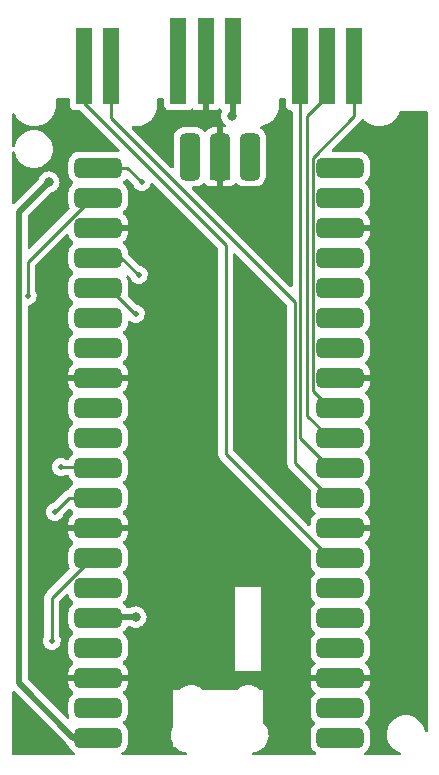
<source format=gbr>
%TF.GenerationSoftware,KiCad,Pcbnew,(6.0.5)*%
%TF.CreationDate,2023-02-05T19:42:52+01:00*%
%TF.ProjectId,PicoMemcard-pico,5069636f-4d65-46d6-9361-72642d706963,1.1.2*%
%TF.SameCoordinates,Original*%
%TF.FileFunction,Copper,L1,Top*%
%TF.FilePolarity,Positive*%
%FSLAX46Y46*%
G04 Gerber Fmt 4.6, Leading zero omitted, Abs format (unit mm)*
G04 Created by KiCad (PCBNEW (6.0.5)) date 2023-02-05 19:42:52*
%MOMM*%
%LPD*%
G01*
G04 APERTURE LIST*
G04 Aperture macros list*
%AMRoundRect*
0 Rectangle with rounded corners*
0 $1 Rounding radius*
0 $2 $3 $4 $5 $6 $7 $8 $9 X,Y pos of 4 corners*
0 Add a 4 corners polygon primitive as box body*
4,1,4,$2,$3,$4,$5,$6,$7,$8,$9,$2,$3,0*
0 Add four circle primitives for the rounded corners*
1,1,$1+$1,$2,$3*
1,1,$1+$1,$4,$5*
1,1,$1+$1,$6,$7*
1,1,$1+$1,$8,$9*
0 Add four rect primitives between the rounded corners*
20,1,$1+$1,$2,$3,$4,$5,0*
20,1,$1+$1,$4,$5,$6,$7,0*
20,1,$1+$1,$6,$7,$8,$9,0*
20,1,$1+$1,$8,$9,$2,$3,0*%
G04 Aperture macros list end*
%TA.AperFunction,SMDPad,CuDef*%
%ADD10RoundRect,0.425000X1.575000X0.425000X-1.575000X0.425000X-1.575000X-0.425000X1.575000X-0.425000X0*%
%TD*%
%TA.AperFunction,ComponentPad*%
%ADD11O,1.700000X1.700000*%
%TD*%
%TA.AperFunction,SMDPad,CuDef*%
%ADD12RoundRect,0.425000X-0.425000X1.575000X-0.425000X-1.575000X0.425000X-1.575000X0.425000X1.575000X0*%
%TD*%
%TA.AperFunction,ComponentPad*%
%ADD13R,1.700000X1.700000*%
%TD*%
%TA.AperFunction,SMDPad,CuDef*%
%ADD14R,1.400000X6.500000*%
%TD*%
%TA.AperFunction,SMDPad,CuDef*%
%ADD15R,1.400000X7.300000*%
%TD*%
%TA.AperFunction,ViaPad*%
%ADD16C,0.500000*%
%TD*%
%TA.AperFunction,ViaPad*%
%ADD17C,0.800000*%
%TD*%
%TA.AperFunction,Conductor*%
%ADD18C,0.254000*%
%TD*%
%TA.AperFunction,Conductor*%
%ADD19C,0.500000*%
%TD*%
G04 APERTURE END LIST*
D10*
%TO.P,U1,1,GPIO0*%
%TO.N,unconnected-(U1-Pad1)*%
X159298000Y-125292000D03*
%TO.P,U1,2,GPIO1*%
%TO.N,unconnected-(U1-Pad2)*%
X159298000Y-122752000D03*
%TO.P,U1,3,GND*%
%TO.N,GND*%
X159298000Y-120212000D03*
%TO.P,U1,4,GPIO2*%
%TO.N,unconnected-(U1-Pad4)*%
X159298000Y-117672000D03*
%TO.P,U1,5,GPIO3*%
%TO.N,unconnected-(U1-Pad5)*%
X159298000Y-115132000D03*
%TO.P,U1,6,GPIO4*%
%TO.N,unconnected-(U1-Pad6)*%
X159298000Y-112592000D03*
%TO.P,U1,7,GPIO5*%
%TO.N,DAT*%
X159298000Y-110052000D03*
%TO.P,U1,8,GND*%
%TO.N,GND*%
X159298000Y-107512000D03*
%TO.P,U1,9,GPIO6*%
%TO.N,CMD*%
X159298000Y-104972000D03*
%TO.P,U1,10,GPIO7*%
%TO.N,SEL*%
X159298000Y-102432000D03*
%TO.P,U1,11,GPIO8*%
%TO.N,CLK*%
X159298000Y-99892000D03*
%TO.P,U1,12,GPIO9*%
%TO.N,ACK*%
X159298000Y-97352000D03*
%TO.P,U1,13,GND*%
%TO.N,GND*%
X159298000Y-94812000D03*
%TO.P,U1,14,GPIO10*%
%TO.N,unconnected-(U1-Pad14)*%
X159298000Y-92272000D03*
%TO.P,U1,15,GPIO11*%
%TO.N,unconnected-(U1-Pad15)*%
X159298000Y-89732000D03*
%TO.P,U1,16,GPIO12*%
%TO.N,unconnected-(U1-Pad16)*%
X159298000Y-87192000D03*
%TO.P,U1,17,GPIO13*%
%TO.N,unconnected-(U1-Pad17)*%
X159298000Y-84652000D03*
%TO.P,U1,18,GND*%
%TO.N,GND*%
X159298000Y-82112000D03*
%TO.P,U1,19,GPIO14*%
%TO.N,unconnected-(U1-Pad19)*%
X159298000Y-79572000D03*
%TO.P,U1,20,GPIO15*%
%TO.N,unconnected-(U1-Pad20)*%
X159298000Y-77032000D03*
%TO.P,U1,21,GPIO16*%
%TO.N,MISO*%
X138798000Y-77012000D03*
%TO.P,U1,22,GPIO17*%
%TO.N,CS*%
X138798000Y-79552000D03*
%TO.P,U1,23,GND*%
%TO.N,GND*%
X138798000Y-82092000D03*
%TO.P,U1,24,GPIO18*%
%TO.N,SCK*%
X138798000Y-84632000D03*
%TO.P,U1,25,GPIO19*%
%TO.N,MOSI*%
X138798000Y-87172000D03*
%TO.P,U1,26,GPIO20*%
%TO.N,unconnected-(U1-Pad26)*%
X138798000Y-89712000D03*
%TO.P,U1,27,GPIO21*%
%TO.N,unconnected-(U1-Pad27)*%
X138798000Y-92252000D03*
%TO.P,U1,28,GND*%
%TO.N,GND*%
X138798000Y-94792000D03*
%TO.P,U1,29,GPIO22*%
%TO.N,unconnected-(U1-Pad29)*%
X138798000Y-97332000D03*
%TO.P,U1,30,RUN*%
%TO.N,unconnected-(U1-Pad30)*%
X138798000Y-99872000D03*
%TO.P,U1,31,GPIO26_ADC0*%
%TO.N,GP26*%
X138798000Y-102412000D03*
%TO.P,U1,32,GPIO27_ADC1*%
%TO.N,GP27*%
X138798000Y-104952000D03*
%TO.P,U1,33,AGND*%
%TO.N,GND*%
X138798000Y-107492000D03*
%TO.P,U1,34,GPIO28_ADC2*%
%TO.N,GP28*%
X138798000Y-110032000D03*
%TO.P,U1,35,ADC_VREF*%
%TO.N,unconnected-(U1-Pad35)*%
X138798000Y-112572000D03*
%TO.P,U1,36,3V3*%
%TO.N,+3V3*%
X138798000Y-115112000D03*
%TO.P,U1,37,3V3_EN*%
%TO.N,unconnected-(U1-Pad37)*%
X138798000Y-117652000D03*
%TO.P,U1,38,GND*%
%TO.N,GND*%
X138798000Y-120192000D03*
%TO.P,U1,39,VSYS*%
%TO.N,unconnected-(U1-Pad39)*%
X138798000Y-122732000D03*
%TO.P,U1,40,VBUS*%
%TO.N,+5V*%
X138798000Y-125272000D03*
D11*
%TO.P,U1,41,SWCLK*%
%TO.N,unconnected-(U1-Pad41)*%
X151638000Y-77192000D03*
D12*
X151638000Y-76092000D03*
D13*
%TO.P,U1,42,GND*%
%TO.N,GND*%
X149098000Y-77192000D03*
D12*
X149098000Y-76092000D03*
D11*
%TO.P,U1,43,SWDIO*%
%TO.N,unconnected-(U1-Pad43)*%
X146558000Y-77192000D03*
D12*
X146558000Y-76092000D03*
%TD*%
D14*
%TO.P,J1,1,DAT*%
%TO.N,DAT*%
X137600000Y-68400000D03*
%TO.P,J1,2,CMD*%
%TO.N,CMD*%
X139900000Y-68400000D03*
D15*
%TO.P,J1,3,7.5V*%
%TO.N,unconnected-(J1-Pad3)*%
X145600000Y-68000000D03*
%TO.P,J1,4,GND*%
%TO.N,GND*%
X147900000Y-68000000D03*
%TO.P,J1,5,3.3V*%
%TO.N,+5V*%
X150200000Y-68000000D03*
D14*
%TO.P,J1,6,SEL*%
%TO.N,SEL*%
X155900000Y-68400000D03*
%TO.P,J1,7,CLK*%
%TO.N,CLK*%
X158200000Y-68400000D03*
%TO.P,J1,8,ACK*%
%TO.N,ACK*%
X160500000Y-68400000D03*
%TD*%
D16*
%TO.N,GND*%
X154940000Y-115570000D03*
X152654000Y-80772000D03*
X152654000Y-89662000D03*
X144780000Y-72898000D03*
X154432000Y-124714000D03*
X162560000Y-100330000D03*
X148082000Y-115316000D03*
X136398000Y-73406000D03*
X162560000Y-115824000D03*
X134366000Y-92710000D03*
X134366000Y-80772000D03*
X135128000Y-85598000D03*
X162814000Y-81026000D03*
X142494000Y-110998000D03*
X133604000Y-110490000D03*
X152654000Y-100076000D03*
X134366000Y-124714000D03*
X142494000Y-123698000D03*
X144526000Y-75692000D03*
X134620000Y-119888000D03*
X144018000Y-104648000D03*
D17*
%TO.N,+5V*%
X134620000Y-78232000D03*
X150114000Y-72644000D03*
%TO.N,+3V3*%
X141986000Y-115062000D03*
D16*
%TO.N,CS*%
X132842000Y-87884000D03*
%TO.N,MOSI*%
X141986000Y-89408000D03*
%TO.N,SCK*%
X142240000Y-86106000D03*
%TO.N,MISO*%
X142494000Y-78232000D03*
%TO.N,GP26*%
X135636000Y-102362000D03*
%TO.N,GP27*%
X135128000Y-106172000D03*
%TO.N,GP28*%
X134874000Y-117094000D03*
%TD*%
D18*
%TO.N,DAT*%
X149606000Y-83566000D02*
X149606000Y-101260000D01*
X137600000Y-68400000D02*
X137600000Y-71560000D01*
X149606000Y-101260000D02*
X158398000Y-110052000D01*
X137600000Y-71560000D02*
X149606000Y-83566000D01*
%TO.N,CMD*%
X139900000Y-72844000D02*
X155446480Y-88390480D01*
X139900000Y-68400000D02*
X139900000Y-72844000D01*
X155446480Y-102020480D02*
X158398000Y-104972000D01*
X155446480Y-88390480D02*
X155446480Y-102020480D01*
D19*
%TO.N,+5V*%
X150200000Y-72558000D02*
X150114000Y-72644000D01*
X134620000Y-78232000D02*
X132080000Y-80772000D01*
X132080000Y-120650000D02*
X136702000Y-125272000D01*
X132080000Y-80772000D02*
X132080000Y-120650000D01*
X150200000Y-68000000D02*
X150200000Y-72558000D01*
X136702000Y-125272000D02*
X139698000Y-125272000D01*
D18*
%TO.N,SEL*%
X155900000Y-99934000D02*
X158398000Y-102432000D01*
X155900000Y-68400000D02*
X155900000Y-99934000D01*
%TO.N,CLK*%
X156517960Y-72632040D02*
X156517960Y-98011960D01*
X158200000Y-70950000D02*
X156517960Y-72632040D01*
X158200000Y-68400000D02*
X158200000Y-70950000D01*
X156517960Y-98011960D02*
X158398000Y-99892000D01*
%TO.N,ACK*%
X160500000Y-72672000D02*
X156971480Y-76200520D01*
X156971480Y-76200520D02*
X156971480Y-95925480D01*
X160500000Y-68400000D02*
X160500000Y-72672000D01*
X156971480Y-95925480D02*
X158398000Y-97352000D01*
D19*
%TO.N,+3V3*%
X139748000Y-115062000D02*
X139698000Y-115112000D01*
X141986000Y-115062000D02*
X139748000Y-115062000D01*
D18*
%TO.N,CS*%
X132842000Y-84985191D02*
X138275191Y-79552000D01*
X132842000Y-87884000D02*
X132842000Y-84985191D01*
X138275191Y-79552000D02*
X139698000Y-79552000D01*
%TO.N,MOSI*%
X141986000Y-89408000D02*
X141934000Y-89408000D01*
X141934000Y-89408000D02*
X139698000Y-87172000D01*
%TO.N,SCK*%
X140766000Y-84632000D02*
X139698000Y-84632000D01*
X142240000Y-86106000D02*
X140766000Y-84632000D01*
%TO.N,MISO*%
X141274000Y-77012000D02*
X139698000Y-77012000D01*
X142494000Y-78232000D02*
X141274000Y-77012000D01*
%TO.N,GP26*%
X139648000Y-102362000D02*
X139698000Y-102412000D01*
X135636000Y-102362000D02*
X139648000Y-102362000D01*
%TO.N,GP27*%
X135128000Y-106172000D02*
X136348000Y-104952000D01*
X136348000Y-104952000D02*
X139698000Y-104952000D01*
%TO.N,GP28*%
X138275191Y-110032000D02*
X139698000Y-110032000D01*
X134874000Y-117094000D02*
X134874000Y-113433191D01*
X134874000Y-113433191D02*
X138275191Y-110032000D01*
%TD*%
%TA.AperFunction,Conductor*%
%TO.N,GND*%
G36*
X131715225Y-121358359D02*
G01*
X131721804Y-121364485D01*
X136118230Y-125760911D01*
X136130616Y-125775323D01*
X136139149Y-125786918D01*
X136139154Y-125786923D01*
X136143492Y-125792818D01*
X136149070Y-125797557D01*
X136149073Y-125797560D01*
X136183768Y-125827035D01*
X136191284Y-125833965D01*
X136196979Y-125839660D01*
X136199861Y-125841940D01*
X136219251Y-125857281D01*
X136222655Y-125860072D01*
X136272704Y-125902592D01*
X136272707Y-125902594D01*
X136278285Y-125907333D01*
X136281580Y-125909016D01*
X136326201Y-125962312D01*
X136332423Y-125980090D01*
X136346702Y-126033379D01*
X136349694Y-126039252D01*
X136349696Y-126039256D01*
X136418603Y-126174492D01*
X136435789Y-126208221D01*
X136559280Y-126360720D01*
X136711779Y-126484211D01*
X136747683Y-126502505D01*
X136756962Y-126507233D01*
X136808577Y-126555982D01*
X136825643Y-126624896D01*
X136802742Y-126692098D01*
X136747145Y-126736250D01*
X136699759Y-126745500D01*
X131632524Y-126745500D01*
X131564403Y-126725498D01*
X131517910Y-126671842D01*
X131506524Y-126619495D01*
X131506683Y-122174587D01*
X131506709Y-121453574D01*
X131526713Y-121385455D01*
X131580371Y-121338964D01*
X131650645Y-121328863D01*
X131715225Y-121358359D01*
G37*
%TD.AperFunction*%
%TA.AperFunction,Conductor*%
G36*
X166565484Y-72208458D02*
G01*
X166633604Y-72228465D01*
X166680093Y-72282123D01*
X166691476Y-72334463D01*
X166690269Y-105888221D01*
X166689599Y-124536995D01*
X166689593Y-124695436D01*
X166669588Y-124763556D01*
X166615931Y-124810047D01*
X166545657Y-124820148D01*
X166481077Y-124790652D01*
X166442696Y-124730925D01*
X166439804Y-124718073D01*
X166439609Y-124715597D01*
X166380505Y-124469409D01*
X166378611Y-124464836D01*
X166285511Y-124240072D01*
X166285509Y-124240068D01*
X166283616Y-124235498D01*
X166151328Y-124019624D01*
X165986898Y-123827102D01*
X165794376Y-123662672D01*
X165578502Y-123530384D01*
X165573932Y-123528491D01*
X165573928Y-123528489D01*
X165349164Y-123435389D01*
X165349162Y-123435388D01*
X165344591Y-123433495D01*
X165259968Y-123413179D01*
X165103216Y-123375546D01*
X165103210Y-123375545D01*
X165098403Y-123374391D01*
X164998584Y-123366535D01*
X164911655Y-123359693D01*
X164911648Y-123359693D01*
X164909199Y-123359500D01*
X164782801Y-123359500D01*
X164780352Y-123359693D01*
X164780345Y-123359693D01*
X164693416Y-123366535D01*
X164593597Y-123374391D01*
X164588790Y-123375545D01*
X164588784Y-123375546D01*
X164432032Y-123413179D01*
X164347409Y-123433495D01*
X164342838Y-123435388D01*
X164342836Y-123435389D01*
X164118072Y-123528489D01*
X164118068Y-123528491D01*
X164113498Y-123530384D01*
X163897624Y-123662672D01*
X163705102Y-123827102D01*
X163540672Y-124019624D01*
X163408384Y-124235498D01*
X163406491Y-124240068D01*
X163406489Y-124240072D01*
X163313389Y-124464836D01*
X163311495Y-124469409D01*
X163301601Y-124510621D01*
X163254715Y-124705918D01*
X163252391Y-124715597D01*
X163232526Y-124968000D01*
X163252391Y-125220403D01*
X163253545Y-125225210D01*
X163253546Y-125225216D01*
X163291179Y-125381968D01*
X163311495Y-125466591D01*
X163313388Y-125471162D01*
X163313389Y-125471164D01*
X163369791Y-125607329D01*
X163408384Y-125700502D01*
X163540672Y-125916376D01*
X163705102Y-126108898D01*
X163897624Y-126273328D01*
X164113498Y-126405616D01*
X164118068Y-126407509D01*
X164118072Y-126407511D01*
X164347409Y-126502505D01*
X164346675Y-126504276D01*
X164398543Y-126539749D01*
X164426174Y-126605148D01*
X164414061Y-126675103D01*
X164366051Y-126727406D01*
X164300994Y-126745500D01*
X161435493Y-126745500D01*
X161367372Y-126725498D01*
X161320879Y-126671842D01*
X161310775Y-126601568D01*
X161340269Y-126536988D01*
X161373108Y-126511288D01*
X161372796Y-126510808D01*
X161378238Y-126507274D01*
X161378290Y-126507233D01*
X161378339Y-126507208D01*
X161384221Y-126504211D01*
X161536720Y-126380720D01*
X161660211Y-126228221D01*
X161749298Y-126053379D01*
X161753082Y-126039256D01*
X161798592Y-125869413D01*
X161798593Y-125869409D01*
X161800086Y-125863836D01*
X161803421Y-125821463D01*
X161806307Y-125784794D01*
X161806307Y-125784785D01*
X161806500Y-125782337D01*
X161806499Y-124801664D01*
X161800086Y-124720164D01*
X161749298Y-124530621D01*
X161660211Y-124355779D01*
X161536720Y-124203280D01*
X161433779Y-124119920D01*
X161393427Y-124061506D01*
X161391061Y-123990549D01*
X161427434Y-123929577D01*
X161433779Y-123924080D01*
X161531589Y-123844875D01*
X161536720Y-123840720D01*
X161660211Y-123688221D01*
X161749298Y-123513379D01*
X161751319Y-123505838D01*
X161798592Y-123329413D01*
X161798593Y-123329409D01*
X161800086Y-123323836D01*
X161802113Y-123298080D01*
X161806307Y-123244794D01*
X161806307Y-123244785D01*
X161806500Y-123242337D01*
X161806499Y-122261664D01*
X161800086Y-122180164D01*
X161749298Y-121990621D01*
X161660211Y-121815779D01*
X161536720Y-121663280D01*
X161433380Y-121579597D01*
X161393030Y-121521185D01*
X161390664Y-121450228D01*
X161427037Y-121389256D01*
X161433381Y-121383759D01*
X161531238Y-121304515D01*
X161540515Y-121295238D01*
X161655636Y-121153077D01*
X161662786Y-121142066D01*
X161745832Y-120979079D01*
X161750536Y-120966825D01*
X161798095Y-120789334D01*
X161800042Y-120778001D01*
X161805807Y-120704754D01*
X161806000Y-120699828D01*
X161806000Y-120484115D01*
X161801525Y-120468876D01*
X161800135Y-120467671D01*
X161792452Y-120466000D01*
X156808116Y-120466000D01*
X156792877Y-120470475D01*
X156791672Y-120471865D01*
X156790001Y-120479548D01*
X156790001Y-120699825D01*
X156790195Y-120704756D01*
X156795958Y-120778003D01*
X156797905Y-120789332D01*
X156845464Y-120966825D01*
X156850168Y-120979079D01*
X156933214Y-121142066D01*
X156940364Y-121153077D01*
X157055485Y-121295238D01*
X157064762Y-121304515D01*
X157162619Y-121383759D01*
X157202971Y-121442174D01*
X157205335Y-121513131D01*
X157168962Y-121574102D01*
X157162641Y-121579580D01*
X157059280Y-121663280D01*
X156935789Y-121815779D01*
X156846702Y-121990621D01*
X156844994Y-121996994D01*
X156844994Y-121996995D01*
X156799731Y-122165920D01*
X156795914Y-122180164D01*
X156795461Y-122185918D01*
X156795461Y-122185920D01*
X156789694Y-122259204D01*
X156789500Y-122261663D01*
X156789501Y-123242336D01*
X156795914Y-123323836D01*
X156805470Y-123359500D01*
X156844572Y-123505428D01*
X156846702Y-123513379D01*
X156935789Y-123688221D01*
X157059280Y-123840720D01*
X157064411Y-123844875D01*
X157162221Y-123924080D01*
X157202573Y-123982494D01*
X157204939Y-124053451D01*
X157168566Y-124114423D01*
X157162221Y-124119920D01*
X157059280Y-124203280D01*
X156935789Y-124355779D01*
X156846702Y-124530621D01*
X156844994Y-124536994D01*
X156844994Y-124536995D01*
X156802767Y-124694589D01*
X156795914Y-124720164D01*
X156795461Y-124725918D01*
X156795461Y-124725920D01*
X156789694Y-124799204D01*
X156789500Y-124801663D01*
X156789501Y-125782336D01*
X156795914Y-125863836D01*
X156806299Y-125902592D01*
X156842269Y-126036833D01*
X156846702Y-126053379D01*
X156935789Y-126228221D01*
X157059280Y-126380720D01*
X157211779Y-126504211D01*
X157217661Y-126507208D01*
X157217710Y-126507233D01*
X157217733Y-126507255D01*
X157223204Y-126510808D01*
X157222554Y-126511808D01*
X157269325Y-126555981D01*
X157286391Y-126624896D01*
X157263490Y-126692098D01*
X157207893Y-126736250D01*
X157160507Y-126745500D01*
X151976118Y-126745500D01*
X151907997Y-126725498D01*
X151861504Y-126671842D01*
X151851400Y-126601568D01*
X151880894Y-126536988D01*
X151940620Y-126498604D01*
X151960108Y-126494521D01*
X151961404Y-126494355D01*
X152116847Y-126474442D01*
X152121795Y-126472957D01*
X152121802Y-126472956D01*
X152333747Y-126409369D01*
X152338690Y-126407886D01*
X152343324Y-126405616D01*
X152542049Y-126308262D01*
X152542052Y-126308260D01*
X152546684Y-126305991D01*
X152735243Y-126171494D01*
X152899303Y-126008005D01*
X153034458Y-125819917D01*
X153045508Y-125797560D01*
X153134784Y-125616922D01*
X153134785Y-125616920D01*
X153137078Y-125612280D01*
X153204408Y-125390671D01*
X153234640Y-125161041D01*
X153236327Y-125092000D01*
X153225727Y-124963070D01*
X153217773Y-124866318D01*
X153217772Y-124866312D01*
X153217349Y-124861167D01*
X153181932Y-124720164D01*
X153162184Y-124641544D01*
X153162183Y-124641540D01*
X153160925Y-124636533D01*
X153158866Y-124631797D01*
X153070630Y-124428868D01*
X153070628Y-124428865D01*
X153068570Y-124424131D01*
X152942764Y-124229665D01*
X152800805Y-124073653D01*
X152769754Y-124009810D01*
X152768000Y-123988856D01*
X152768000Y-122276761D01*
X152768479Y-122265780D01*
X152785828Y-122067475D01*
X152786307Y-122062000D01*
X152768479Y-121858220D01*
X152768000Y-121847239D01*
X152768000Y-121234000D01*
X152526977Y-121234000D01*
X152458856Y-121213998D01*
X152437882Y-121197095D01*
X152335038Y-121094251D01*
X152154654Y-120967944D01*
X151955076Y-120874880D01*
X151742371Y-120817885D01*
X151523000Y-120798693D01*
X151303629Y-120817885D01*
X151090924Y-120874880D01*
X150997562Y-120918415D01*
X150896334Y-120965618D01*
X150896329Y-120965621D01*
X150891347Y-120967944D01*
X150886840Y-120971100D01*
X150886838Y-120971101D01*
X150715473Y-121091092D01*
X150715470Y-121091094D01*
X150710962Y-121094251D01*
X150608118Y-121197095D01*
X150545806Y-121231121D01*
X150519023Y-121234000D01*
X147676977Y-121234000D01*
X147608856Y-121213998D01*
X147587882Y-121197095D01*
X147485038Y-121094251D01*
X147304654Y-120967944D01*
X147105076Y-120874880D01*
X146892371Y-120817885D01*
X146673000Y-120798693D01*
X146453629Y-120817885D01*
X146240924Y-120874880D01*
X146147562Y-120918415D01*
X146046334Y-120965618D01*
X146046329Y-120965621D01*
X146041347Y-120967944D01*
X146036840Y-120971100D01*
X146036838Y-120971101D01*
X145865473Y-121091092D01*
X145865470Y-121091094D01*
X145860962Y-121094251D01*
X145758118Y-121197095D01*
X145695806Y-121231121D01*
X145669023Y-121234000D01*
X145168000Y-121234000D01*
X145168000Y-124320008D01*
X145148151Y-124384319D01*
X145149586Y-124385134D01*
X145147035Y-124389625D01*
X145144119Y-124393899D01*
X145046602Y-124603981D01*
X144984707Y-124827169D01*
X144960095Y-125057469D01*
X144960392Y-125062622D01*
X144960392Y-125062625D01*
X144966067Y-125161041D01*
X144973427Y-125288697D01*
X144974564Y-125293743D01*
X144974565Y-125293749D01*
X145006741Y-125436523D01*
X145024346Y-125514642D01*
X145026288Y-125519424D01*
X145026289Y-125519428D01*
X145099816Y-125700502D01*
X145111484Y-125729237D01*
X145146831Y-125786918D01*
X145149433Y-125791164D01*
X145168000Y-125856999D01*
X145168000Y-126034000D01*
X145267876Y-126034000D01*
X145335997Y-126054002D01*
X145363113Y-126077502D01*
X145380761Y-126097876D01*
X145380766Y-126097881D01*
X145384147Y-126101784D01*
X145562349Y-126249730D01*
X145762322Y-126366584D01*
X145767147Y-126368426D01*
X145767148Y-126368427D01*
X145799340Y-126380720D01*
X145978694Y-126449209D01*
X145983760Y-126450240D01*
X145983761Y-126450240D01*
X146036846Y-126461040D01*
X146205656Y-126495385D01*
X146205458Y-126496357D01*
X146266126Y-126522310D01*
X146305942Y-126581091D01*
X146307658Y-126652067D01*
X146270728Y-126712703D01*
X146206879Y-126743748D01*
X146185939Y-126745500D01*
X140896241Y-126745500D01*
X140828120Y-126725498D01*
X140781627Y-126671842D01*
X140771523Y-126601568D01*
X140801017Y-126536988D01*
X140839038Y-126507233D01*
X140848317Y-126502505D01*
X140884221Y-126484211D01*
X141036720Y-126360720D01*
X141160211Y-126208221D01*
X141249298Y-126033379D01*
X141253986Y-126015885D01*
X141298592Y-125849413D01*
X141298593Y-125849409D01*
X141300086Y-125843836D01*
X141301847Y-125821463D01*
X141306307Y-125764794D01*
X141306307Y-125764785D01*
X141306500Y-125762337D01*
X141306499Y-124781664D01*
X141302574Y-124731780D01*
X141300539Y-124705918D01*
X141300539Y-124705915D01*
X141300086Y-124700164D01*
X141249298Y-124510621D01*
X141160211Y-124335779D01*
X141036720Y-124183280D01*
X140933779Y-124099920D01*
X140893427Y-124041506D01*
X140891061Y-123970549D01*
X140927434Y-123909577D01*
X140933779Y-123904080D01*
X141031589Y-123824875D01*
X141036720Y-123820720D01*
X141160211Y-123668221D01*
X141249298Y-123493379D01*
X141251006Y-123487005D01*
X141298592Y-123309413D01*
X141298593Y-123309409D01*
X141300086Y-123303836D01*
X141300539Y-123298080D01*
X141306307Y-123224794D01*
X141306307Y-123224785D01*
X141306500Y-123222337D01*
X141306499Y-122241664D01*
X141300086Y-122160164D01*
X141249298Y-121970621D01*
X141160211Y-121795779D01*
X141036720Y-121643280D01*
X140933380Y-121559597D01*
X140893030Y-121501185D01*
X140890664Y-121430228D01*
X140927037Y-121369256D01*
X140933381Y-121363759D01*
X141031238Y-121284515D01*
X141040515Y-121275238D01*
X141155636Y-121133077D01*
X141162786Y-121122066D01*
X141245832Y-120959079D01*
X141250536Y-120946825D01*
X141298095Y-120769334D01*
X141300042Y-120758001D01*
X141305807Y-120684754D01*
X141306000Y-120679828D01*
X141306000Y-120464115D01*
X141301525Y-120448876D01*
X141300135Y-120447671D01*
X141292452Y-120446000D01*
X136308116Y-120446000D01*
X136292877Y-120450475D01*
X136291672Y-120451865D01*
X136290001Y-120459548D01*
X136290001Y-120679825D01*
X136290195Y-120684756D01*
X136295958Y-120758003D01*
X136297905Y-120769332D01*
X136345464Y-120946825D01*
X136350168Y-120959079D01*
X136433214Y-121122066D01*
X136440364Y-121133077D01*
X136555485Y-121275238D01*
X136564762Y-121284515D01*
X136662619Y-121363759D01*
X136702971Y-121422174D01*
X136705335Y-121493131D01*
X136668962Y-121554102D01*
X136662641Y-121559580D01*
X136559280Y-121643280D01*
X136435789Y-121795779D01*
X136346702Y-121970621D01*
X136295914Y-122160164D01*
X136295461Y-122165918D01*
X136295461Y-122165920D01*
X136289694Y-122239204D01*
X136289500Y-122241663D01*
X136289501Y-123222336D01*
X136295914Y-123303836D01*
X136346702Y-123493379D01*
X136349697Y-123499258D01*
X136349699Y-123499262D01*
X136349799Y-123499458D01*
X136349823Y-123499584D01*
X136352066Y-123505428D01*
X136350997Y-123505838D01*
X136362904Y-123569235D01*
X136336205Y-123635019D01*
X136278178Y-123675926D01*
X136207246Y-123678968D01*
X136148438Y-123645757D01*
X132875405Y-120372724D01*
X132841379Y-120310412D01*
X132838500Y-120283629D01*
X132838500Y-117083343D01*
X134110775Y-117083343D01*
X134127381Y-117252699D01*
X134181094Y-117414167D01*
X134184741Y-117420189D01*
X134184742Y-117420191D01*
X134198497Y-117442902D01*
X134269246Y-117559723D01*
X134387455Y-117682132D01*
X134529846Y-117775310D01*
X134536450Y-117777766D01*
X134536452Y-117777767D01*
X134572844Y-117791301D01*
X134689341Y-117834626D01*
X134858015Y-117857132D01*
X134865026Y-117856494D01*
X134865030Y-117856494D01*
X135020462Y-117842348D01*
X135027483Y-117841709D01*
X135034185Y-117839531D01*
X135034187Y-117839531D01*
X135182623Y-117791301D01*
X135182626Y-117791300D01*
X135189322Y-117789124D01*
X135335490Y-117701990D01*
X135340584Y-117697139D01*
X135340588Y-117697136D01*
X135407833Y-117633099D01*
X135458721Y-117584639D01*
X135552891Y-117442902D01*
X135613319Y-117283825D01*
X135637001Y-117115313D01*
X135637299Y-117094000D01*
X135618331Y-116924892D01*
X135562368Y-116764189D01*
X135558635Y-116758215D01*
X135558633Y-116758211D01*
X135528646Y-116710222D01*
X135509500Y-116643452D01*
X135509500Y-113748613D01*
X135529502Y-113680492D01*
X135546405Y-113659518D01*
X136092183Y-113113740D01*
X136154495Y-113079714D01*
X136225310Y-113084779D01*
X136282146Y-113127326D01*
X136302984Y-113170222D01*
X136320559Y-113235813D01*
X136340422Y-113309940D01*
X136346702Y-113333379D01*
X136435789Y-113508221D01*
X136559280Y-113660720D01*
X136564411Y-113664875D01*
X136662221Y-113744080D01*
X136702573Y-113802494D01*
X136704939Y-113873451D01*
X136668566Y-113934423D01*
X136662221Y-113939920D01*
X136559280Y-114023280D01*
X136435789Y-114175779D01*
X136346702Y-114350621D01*
X136344994Y-114356994D01*
X136344994Y-114356995D01*
X136339031Y-114379251D01*
X136295914Y-114540164D01*
X136289500Y-114621663D01*
X136289501Y-115602336D01*
X136295914Y-115683836D01*
X136309879Y-115735955D01*
X136341993Y-115855803D01*
X136346702Y-115873379D01*
X136435789Y-116048221D01*
X136559280Y-116200720D01*
X136564411Y-116204875D01*
X136662221Y-116284080D01*
X136702573Y-116342494D01*
X136704939Y-116413451D01*
X136668566Y-116474423D01*
X136662221Y-116479920D01*
X136559280Y-116563280D01*
X136435789Y-116715779D01*
X136346702Y-116890621D01*
X136295914Y-117080164D01*
X136295461Y-117085918D01*
X136295461Y-117085920D01*
X136289694Y-117159204D01*
X136289500Y-117161663D01*
X136289501Y-118142336D01*
X136295914Y-118223836D01*
X136346702Y-118413379D01*
X136435789Y-118588221D01*
X136559280Y-118740720D01*
X136662620Y-118824403D01*
X136702970Y-118882815D01*
X136705336Y-118953772D01*
X136668963Y-119014744D01*
X136662619Y-119020241D01*
X136564762Y-119099485D01*
X136555485Y-119108762D01*
X136440364Y-119250923D01*
X136433214Y-119261934D01*
X136350168Y-119424921D01*
X136345464Y-119437175D01*
X136297905Y-119614666D01*
X136295958Y-119625999D01*
X136290193Y-119699246D01*
X136290000Y-119704173D01*
X136290000Y-119919885D01*
X136294475Y-119935124D01*
X136295865Y-119936329D01*
X136303548Y-119938000D01*
X141287884Y-119938000D01*
X141303123Y-119933525D01*
X141304328Y-119932135D01*
X141305999Y-119924452D01*
X141305999Y-119704175D01*
X141305805Y-119699244D01*
X141300672Y-119634000D01*
X150368000Y-119634000D01*
X152568000Y-119634000D01*
X152568000Y-112534000D01*
X150368000Y-112534000D01*
X150368000Y-119634000D01*
X141300672Y-119634000D01*
X141300042Y-119625997D01*
X141298095Y-119614668D01*
X141250536Y-119437175D01*
X141245832Y-119424921D01*
X141162786Y-119261934D01*
X141155636Y-119250923D01*
X141040515Y-119108762D01*
X141031238Y-119099485D01*
X140933381Y-119020241D01*
X140893029Y-118961826D01*
X140890665Y-118890869D01*
X140927038Y-118829898D01*
X140933359Y-118824420D01*
X141036720Y-118740720D01*
X141160211Y-118588221D01*
X141249298Y-118413379D01*
X141293233Y-118249413D01*
X141298592Y-118229413D01*
X141298593Y-118229409D01*
X141300086Y-118223836D01*
X141300539Y-118218080D01*
X141306307Y-118144794D01*
X141306307Y-118144785D01*
X141306500Y-118142337D01*
X141306499Y-117161664D01*
X141301660Y-117100164D01*
X141300539Y-117085918D01*
X141300539Y-117085915D01*
X141300086Y-117080164D01*
X141249298Y-116890621D01*
X141160211Y-116715779D01*
X141036720Y-116563280D01*
X140933779Y-116479920D01*
X140893427Y-116421506D01*
X140891061Y-116350549D01*
X140927434Y-116289577D01*
X140933779Y-116284080D01*
X141031589Y-116204875D01*
X141036720Y-116200720D01*
X141160211Y-116048221D01*
X141241188Y-115889296D01*
X141289935Y-115837682D01*
X141353454Y-115820500D01*
X141443413Y-115820500D01*
X141517472Y-115844563D01*
X141523902Y-115849235D01*
X141523909Y-115849239D01*
X141529248Y-115853118D01*
X141535276Y-115855802D01*
X141535278Y-115855803D01*
X141697681Y-115928109D01*
X141703712Y-115930794D01*
X141797112Y-115950647D01*
X141884056Y-115969128D01*
X141884061Y-115969128D01*
X141890513Y-115970500D01*
X142081487Y-115970500D01*
X142087939Y-115969128D01*
X142087944Y-115969128D01*
X142174888Y-115950647D01*
X142268288Y-115930794D01*
X142274319Y-115928109D01*
X142436722Y-115855803D01*
X142436724Y-115855802D01*
X142442752Y-115853118D01*
X142448097Y-115849235D01*
X142498157Y-115812864D01*
X142597253Y-115740866D01*
X142601675Y-115735955D01*
X142720621Y-115603852D01*
X142720622Y-115603851D01*
X142725040Y-115598944D01*
X142820527Y-115433556D01*
X142879542Y-115251928D01*
X142899504Y-115062000D01*
X142879542Y-114872072D01*
X142820527Y-114690444D01*
X142725040Y-114525056D01*
X142597253Y-114383134D01*
X142487647Y-114303500D01*
X142448094Y-114274763D01*
X142448093Y-114274762D01*
X142442752Y-114270882D01*
X142436724Y-114268198D01*
X142436722Y-114268197D01*
X142274319Y-114195891D01*
X142274318Y-114195891D01*
X142268288Y-114193206D01*
X142162152Y-114170646D01*
X142087944Y-114154872D01*
X142087939Y-114154872D01*
X142081487Y-114153500D01*
X141890513Y-114153500D01*
X141884061Y-114154872D01*
X141884056Y-114154872D01*
X141809848Y-114170646D01*
X141703712Y-114193206D01*
X141697682Y-114195891D01*
X141697681Y-114195891D01*
X141535278Y-114268197D01*
X141535276Y-114268198D01*
X141529248Y-114270882D01*
X141523909Y-114274761D01*
X141523902Y-114274765D01*
X141517472Y-114279437D01*
X141443413Y-114303500D01*
X141302502Y-114303500D01*
X141234381Y-114283498D01*
X141190236Y-114234704D01*
X141163210Y-114181665D01*
X141160211Y-114175779D01*
X141036720Y-114023280D01*
X140933779Y-113939920D01*
X140893427Y-113881506D01*
X140891061Y-113810549D01*
X140927434Y-113749577D01*
X140933779Y-113744080D01*
X141031589Y-113664875D01*
X141036720Y-113660720D01*
X141160211Y-113508221D01*
X141249298Y-113333379D01*
X141251006Y-113327005D01*
X141298592Y-113149413D01*
X141298593Y-113149409D01*
X141300086Y-113143836D01*
X141304241Y-113091046D01*
X141306307Y-113064794D01*
X141306307Y-113064785D01*
X141306500Y-113062337D01*
X141306499Y-112081664D01*
X141300086Y-112000164D01*
X141249298Y-111810621D01*
X141160211Y-111635779D01*
X141036720Y-111483280D01*
X140933779Y-111399920D01*
X140893427Y-111341506D01*
X140891061Y-111270549D01*
X140927434Y-111209577D01*
X140933779Y-111204080D01*
X141031589Y-111124875D01*
X141036720Y-111120720D01*
X141160211Y-110968221D01*
X141249298Y-110793379D01*
X141293233Y-110629413D01*
X141298592Y-110609413D01*
X141298593Y-110609409D01*
X141300086Y-110603836D01*
X141300539Y-110598080D01*
X141306307Y-110524794D01*
X141306307Y-110524785D01*
X141306500Y-110522337D01*
X141306499Y-109541664D01*
X141300086Y-109460164D01*
X141249298Y-109270621D01*
X141160211Y-109095779D01*
X141036720Y-108943280D01*
X140933380Y-108859597D01*
X140893030Y-108801185D01*
X140890664Y-108730228D01*
X140927037Y-108669256D01*
X140933381Y-108663759D01*
X141031238Y-108584515D01*
X141040515Y-108575238D01*
X141155636Y-108433077D01*
X141162786Y-108422066D01*
X141245832Y-108259079D01*
X141250536Y-108246825D01*
X141298095Y-108069334D01*
X141300042Y-108058001D01*
X141305807Y-107984754D01*
X141306000Y-107979828D01*
X141306000Y-107764115D01*
X141301525Y-107748876D01*
X141300135Y-107747671D01*
X141292452Y-107746000D01*
X136308116Y-107746000D01*
X136292877Y-107750475D01*
X136291672Y-107751865D01*
X136290001Y-107759548D01*
X136290001Y-107979825D01*
X136290195Y-107984756D01*
X136295958Y-108058003D01*
X136297905Y-108069332D01*
X136345464Y-108246825D01*
X136350168Y-108259079D01*
X136433214Y-108422066D01*
X136440364Y-108433077D01*
X136555485Y-108575238D01*
X136564762Y-108584515D01*
X136662619Y-108663759D01*
X136702971Y-108722174D01*
X136705335Y-108793131D01*
X136668962Y-108854102D01*
X136662641Y-108859580D01*
X136559280Y-108943280D01*
X136435789Y-109095779D01*
X136346702Y-109270621D01*
X136344994Y-109276994D01*
X136344994Y-109276995D01*
X136315435Y-109387312D01*
X136295914Y-109460164D01*
X136295461Y-109465918D01*
X136295461Y-109465920D01*
X136289694Y-109539204D01*
X136289500Y-109541663D01*
X136289501Y-110522336D01*
X136295914Y-110603836D01*
X136346702Y-110793379D01*
X136349698Y-110799258D01*
X136395730Y-110889602D01*
X136408834Y-110959379D01*
X136382134Y-111025164D01*
X136372558Y-111035900D01*
X134480517Y-112927941D01*
X134472191Y-112935517D01*
X134465697Y-112939638D01*
X134460274Y-112945413D01*
X134418915Y-112989456D01*
X134416160Y-112992298D01*
X134396361Y-113012097D01*
X134393937Y-113015222D01*
X134393929Y-113015231D01*
X134393863Y-113015317D01*
X134386155Y-113024342D01*
X134355783Y-113056685D01*
X134351965Y-113063629D01*
X134351964Y-113063631D01*
X134345978Y-113074520D01*
X134335127Y-113091038D01*
X134322650Y-113107124D01*
X134305024Y-113147857D01*
X134299807Y-113158505D01*
X134278431Y-113197388D01*
X134276460Y-113205063D01*
X134276458Y-113205069D01*
X134273369Y-113217102D01*
X134266966Y-113235804D01*
X134258883Y-113254483D01*
X134257644Y-113262308D01*
X134251940Y-113298318D01*
X134249535Y-113309931D01*
X134238500Y-113352909D01*
X134238500Y-113373256D01*
X134236949Y-113392967D01*
X134233765Y-113413070D01*
X134234511Y-113420962D01*
X134237941Y-113457247D01*
X134238500Y-113469105D01*
X134238500Y-116642741D01*
X134218411Y-116710997D01*
X134190304Y-116754610D01*
X134132103Y-116914516D01*
X134110775Y-117083343D01*
X132838500Y-117083343D01*
X132838500Y-106161343D01*
X134364775Y-106161343D01*
X134381381Y-106330699D01*
X134435094Y-106492167D01*
X134438741Y-106498189D01*
X134438742Y-106498191D01*
X134452497Y-106520902D01*
X134523246Y-106637723D01*
X134641455Y-106760132D01*
X134783846Y-106853310D01*
X134790450Y-106855766D01*
X134790452Y-106855767D01*
X134826844Y-106869301D01*
X134943341Y-106912626D01*
X135112015Y-106935132D01*
X135119026Y-106934494D01*
X135119030Y-106934494D01*
X135274462Y-106920348D01*
X135281483Y-106919709D01*
X135288185Y-106917531D01*
X135288187Y-106917531D01*
X135436623Y-106869301D01*
X135436626Y-106869300D01*
X135443322Y-106867124D01*
X135589490Y-106779990D01*
X135594584Y-106775139D01*
X135594588Y-106775136D01*
X135661833Y-106711099D01*
X135712721Y-106662639D01*
X135806891Y-106520902D01*
X135867319Y-106361825D01*
X135868245Y-106355239D01*
X135901109Y-106297624D01*
X136280784Y-105917949D01*
X136343096Y-105883923D01*
X136413911Y-105888988D01*
X136467797Y-105927748D01*
X136559280Y-106040720D01*
X136662620Y-106124403D01*
X136702970Y-106182815D01*
X136705336Y-106253772D01*
X136668963Y-106314744D01*
X136662619Y-106320241D01*
X136564762Y-106399485D01*
X136555485Y-106408762D01*
X136440364Y-106550923D01*
X136433214Y-106561934D01*
X136350168Y-106724921D01*
X136345464Y-106737175D01*
X136297905Y-106914666D01*
X136295958Y-106925999D01*
X136290193Y-106999246D01*
X136290000Y-107004173D01*
X136290000Y-107219885D01*
X136294475Y-107235124D01*
X136295865Y-107236329D01*
X136303548Y-107238000D01*
X141287884Y-107238000D01*
X141303123Y-107233525D01*
X141304328Y-107232135D01*
X141305999Y-107224452D01*
X141305999Y-107004175D01*
X141305805Y-106999244D01*
X141300042Y-106925997D01*
X141298095Y-106914668D01*
X141250536Y-106737175D01*
X141245832Y-106724921D01*
X141162786Y-106561934D01*
X141155636Y-106550923D01*
X141040515Y-106408762D01*
X141031238Y-106399485D01*
X140933381Y-106320241D01*
X140893029Y-106261826D01*
X140890665Y-106190869D01*
X140927038Y-106129898D01*
X140933359Y-106124420D01*
X141036720Y-106040720D01*
X141160211Y-105888221D01*
X141249298Y-105713379D01*
X141255677Y-105689573D01*
X141298592Y-105529413D01*
X141298593Y-105529409D01*
X141300086Y-105523836D01*
X141300539Y-105518080D01*
X141306307Y-105444794D01*
X141306307Y-105444785D01*
X141306500Y-105442337D01*
X141306499Y-104461664D01*
X141300086Y-104380164D01*
X141249298Y-104190621D01*
X141160211Y-104015779D01*
X141036720Y-103863280D01*
X140933779Y-103779920D01*
X140893427Y-103721506D01*
X140891061Y-103650549D01*
X140927434Y-103589577D01*
X140933779Y-103584080D01*
X141031589Y-103504875D01*
X141036720Y-103500720D01*
X141160211Y-103348221D01*
X141249298Y-103173379D01*
X141266187Y-103110348D01*
X141298592Y-102989413D01*
X141298593Y-102989409D01*
X141300086Y-102983836D01*
X141302739Y-102950132D01*
X141306307Y-102904794D01*
X141306307Y-102904785D01*
X141306500Y-102902337D01*
X141306499Y-101921664D01*
X141300086Y-101840164D01*
X141257710Y-101682016D01*
X141251006Y-101656995D01*
X141251006Y-101656994D01*
X141249298Y-101650621D01*
X141160211Y-101475779D01*
X141036720Y-101323280D01*
X140933779Y-101239920D01*
X140893427Y-101181506D01*
X140891061Y-101110549D01*
X140927434Y-101049577D01*
X140933779Y-101044080D01*
X141031589Y-100964875D01*
X141036720Y-100960720D01*
X141160211Y-100808221D01*
X141249298Y-100633379D01*
X141294727Y-100463836D01*
X141298592Y-100449413D01*
X141298593Y-100449409D01*
X141300086Y-100443836D01*
X141304926Y-100382337D01*
X141306307Y-100364794D01*
X141306307Y-100364785D01*
X141306500Y-100362337D01*
X141306499Y-99381664D01*
X141300086Y-99300164D01*
X141249298Y-99110621D01*
X141160211Y-98935779D01*
X141036720Y-98783280D01*
X140933779Y-98699920D01*
X140893427Y-98641506D01*
X140891061Y-98570549D01*
X140927434Y-98509577D01*
X140933779Y-98504080D01*
X141031589Y-98424875D01*
X141036720Y-98420720D01*
X141160211Y-98268221D01*
X141249298Y-98093379D01*
X141294727Y-97923836D01*
X141298592Y-97909413D01*
X141298593Y-97909409D01*
X141300086Y-97903836D01*
X141304926Y-97842337D01*
X141306307Y-97824794D01*
X141306307Y-97824785D01*
X141306500Y-97822337D01*
X141306499Y-96841664D01*
X141300086Y-96760164D01*
X141249298Y-96570621D01*
X141160211Y-96395779D01*
X141036720Y-96243280D01*
X140933380Y-96159597D01*
X140893030Y-96101185D01*
X140890664Y-96030228D01*
X140927037Y-95969256D01*
X140933381Y-95963759D01*
X141031238Y-95884515D01*
X141040515Y-95875238D01*
X141155636Y-95733077D01*
X141162786Y-95722066D01*
X141245832Y-95559079D01*
X141250536Y-95546825D01*
X141298095Y-95369334D01*
X141300042Y-95358001D01*
X141305807Y-95284754D01*
X141306000Y-95279828D01*
X141306000Y-95064115D01*
X141301525Y-95048876D01*
X141300135Y-95047671D01*
X141292452Y-95046000D01*
X136308116Y-95046000D01*
X136292877Y-95050475D01*
X136291672Y-95051865D01*
X136290001Y-95059548D01*
X136290001Y-95279825D01*
X136290195Y-95284756D01*
X136295958Y-95358003D01*
X136297905Y-95369332D01*
X136345464Y-95546825D01*
X136350168Y-95559079D01*
X136433214Y-95722066D01*
X136440364Y-95733077D01*
X136555485Y-95875238D01*
X136564762Y-95884515D01*
X136662619Y-95963759D01*
X136702971Y-96022174D01*
X136705335Y-96093131D01*
X136668962Y-96154102D01*
X136662641Y-96159580D01*
X136559280Y-96243280D01*
X136435789Y-96395779D01*
X136346702Y-96570621D01*
X136295914Y-96760164D01*
X136295461Y-96765918D01*
X136295461Y-96765920D01*
X136289694Y-96839204D01*
X136289500Y-96841663D01*
X136289501Y-97822336D01*
X136295914Y-97903836D01*
X136346702Y-98093379D01*
X136435789Y-98268221D01*
X136559280Y-98420720D01*
X136564411Y-98424875D01*
X136662221Y-98504080D01*
X136702573Y-98562494D01*
X136704939Y-98633451D01*
X136668566Y-98694423D01*
X136662221Y-98699920D01*
X136559280Y-98783280D01*
X136435789Y-98935779D01*
X136346702Y-99110621D01*
X136344994Y-99116994D01*
X136344994Y-99116995D01*
X136299521Y-99286704D01*
X136295914Y-99300164D01*
X136295461Y-99305918D01*
X136295461Y-99305920D01*
X136289694Y-99379204D01*
X136289500Y-99381663D01*
X136289501Y-100362336D01*
X136295914Y-100443836D01*
X136346702Y-100633379D01*
X136435789Y-100808221D01*
X136559280Y-100960720D01*
X136564411Y-100964875D01*
X136662221Y-101044080D01*
X136702573Y-101102494D01*
X136704939Y-101173451D01*
X136668566Y-101234423D01*
X136662221Y-101239920D01*
X136559280Y-101323280D01*
X136435789Y-101475779D01*
X136346702Y-101650621D01*
X136345877Y-101650201D01*
X136306255Y-101702087D01*
X136239501Y-101726259D01*
X136231716Y-101726500D01*
X136086866Y-101726500D01*
X136019352Y-101706885D01*
X135976562Y-101679729D01*
X135976558Y-101679727D01*
X135970608Y-101675951D01*
X135810300Y-101618868D01*
X135641329Y-101598720D01*
X135634326Y-101599456D01*
X135634325Y-101599456D01*
X135479101Y-101615770D01*
X135479097Y-101615771D01*
X135472093Y-101616507D01*
X135465422Y-101618778D01*
X135317673Y-101669075D01*
X135317670Y-101669076D01*
X135311003Y-101671346D01*
X135305005Y-101675036D01*
X135305003Y-101675037D01*
X135172065Y-101756821D01*
X135172063Y-101756823D01*
X135166066Y-101760512D01*
X135161033Y-101765441D01*
X135069999Y-101854589D01*
X135044486Y-101879573D01*
X135040675Y-101885487D01*
X135040673Y-101885489D01*
X134987422Y-101968118D01*
X134952304Y-102022610D01*
X134894103Y-102182516D01*
X134872775Y-102351343D01*
X134889381Y-102520699D01*
X134943094Y-102682167D01*
X135031246Y-102827723D01*
X135149455Y-102950132D01*
X135291846Y-103043310D01*
X135298450Y-103045766D01*
X135298452Y-103045767D01*
X135334844Y-103059301D01*
X135451341Y-103102626D01*
X135620015Y-103125132D01*
X135627026Y-103124494D01*
X135627030Y-103124494D01*
X135782462Y-103110348D01*
X135789483Y-103109709D01*
X135796185Y-103107531D01*
X135796187Y-103107531D01*
X135944623Y-103059301D01*
X135944626Y-103059300D01*
X135951322Y-103057124D01*
X136021531Y-103015271D01*
X136086048Y-102997500D01*
X136202892Y-102997500D01*
X136271013Y-103017502D01*
X136317506Y-103071158D01*
X136324598Y-103090886D01*
X136346702Y-103173379D01*
X136435789Y-103348221D01*
X136559280Y-103500720D01*
X136564411Y-103504875D01*
X136662221Y-103584080D01*
X136702573Y-103642494D01*
X136704939Y-103713451D01*
X136668566Y-103774423D01*
X136662221Y-103779920D01*
X136559280Y-103863280D01*
X136435789Y-104015779D01*
X136346702Y-104190621D01*
X136344994Y-104196995D01*
X136344994Y-104196996D01*
X136335965Y-104230693D01*
X136299014Y-104291316D01*
X136246917Y-104316316D01*
X136247794Y-104319336D01*
X136228257Y-104325012D01*
X136208896Y-104329021D01*
X136196568Y-104330578D01*
X136196558Y-104330581D01*
X136188701Y-104331573D01*
X136181333Y-104334490D01*
X136181330Y-104334491D01*
X136147446Y-104347906D01*
X136136221Y-104351750D01*
X136093607Y-104364131D01*
X136086781Y-104368168D01*
X136076091Y-104374490D01*
X136058341Y-104383187D01*
X136039412Y-104390681D01*
X136032998Y-104395341D01*
X136003514Y-104416762D01*
X135993594Y-104423278D01*
X135962229Y-104441827D01*
X135962226Y-104441829D01*
X135955402Y-104445865D01*
X135941014Y-104460253D01*
X135925980Y-104473094D01*
X135909513Y-104485058D01*
X135904460Y-104491166D01*
X135881228Y-104519249D01*
X135873238Y-104528029D01*
X135001000Y-105400267D01*
X134952510Y-105430450D01*
X134809673Y-105479075D01*
X134809670Y-105479076D01*
X134803003Y-105481346D01*
X134797005Y-105485036D01*
X134797003Y-105485037D01*
X134664065Y-105566821D01*
X134664063Y-105566823D01*
X134658066Y-105570512D01*
X134536486Y-105689573D01*
X134532675Y-105695487D01*
X134532673Y-105695489D01*
X134504466Y-105739258D01*
X134444304Y-105832610D01*
X134386103Y-105992516D01*
X134364775Y-106161343D01*
X132838500Y-106161343D01*
X132838500Y-88761049D01*
X132858502Y-88692928D01*
X132912158Y-88646435D01*
X132953079Y-88635568D01*
X132995483Y-88631709D01*
X133002185Y-88629531D01*
X133002187Y-88629531D01*
X133150623Y-88581301D01*
X133150626Y-88581300D01*
X133157322Y-88579124D01*
X133303490Y-88491990D01*
X133308584Y-88487139D01*
X133308588Y-88487136D01*
X133416669Y-88384211D01*
X133426721Y-88374639D01*
X133433737Y-88364080D01*
X133516990Y-88238773D01*
X133520891Y-88232902D01*
X133581319Y-88073825D01*
X133605001Y-87905313D01*
X133605299Y-87884000D01*
X133586331Y-87714892D01*
X133567169Y-87659865D01*
X133532686Y-87560846D01*
X133530368Y-87554189D01*
X133526635Y-87548215D01*
X133526633Y-87548211D01*
X133496646Y-87500222D01*
X133477500Y-87433452D01*
X133477500Y-85300613D01*
X133497502Y-85232492D01*
X133514405Y-85211518D01*
X136092591Y-82633332D01*
X136154903Y-82599306D01*
X136225718Y-82604371D01*
X136282554Y-82646918D01*
X136303393Y-82689815D01*
X136345465Y-82846827D01*
X136350168Y-82859079D01*
X136433214Y-83022066D01*
X136440364Y-83033077D01*
X136555485Y-83175238D01*
X136564762Y-83184515D01*
X136662619Y-83263759D01*
X136702971Y-83322174D01*
X136705335Y-83393131D01*
X136668962Y-83454102D01*
X136662641Y-83459580D01*
X136559280Y-83543280D01*
X136435789Y-83695779D01*
X136346702Y-83870621D01*
X136295914Y-84060164D01*
X136295461Y-84065918D01*
X136295461Y-84065920D01*
X136289694Y-84139204D01*
X136289500Y-84141663D01*
X136289501Y-85122336D01*
X136295914Y-85203836D01*
X136346702Y-85393379D01*
X136435789Y-85568221D01*
X136559280Y-85720720D01*
X136564411Y-85724875D01*
X136662221Y-85804080D01*
X136702573Y-85862494D01*
X136704939Y-85933451D01*
X136668566Y-85994423D01*
X136662221Y-85999920D01*
X136559280Y-86083280D01*
X136435789Y-86235779D01*
X136346702Y-86410621D01*
X136344994Y-86416994D01*
X136344994Y-86416995D01*
X136298432Y-86590768D01*
X136295914Y-86600164D01*
X136295461Y-86605918D01*
X136295461Y-86605920D01*
X136289694Y-86679204D01*
X136289500Y-86681663D01*
X136289501Y-87662336D01*
X136295914Y-87743836D01*
X136346702Y-87933379D01*
X136435789Y-88108221D01*
X136559280Y-88260720D01*
X136564411Y-88264875D01*
X136662221Y-88344080D01*
X136702573Y-88402494D01*
X136704939Y-88473451D01*
X136668566Y-88534423D01*
X136662221Y-88539920D01*
X136559280Y-88623280D01*
X136435789Y-88775779D01*
X136346702Y-88950621D01*
X136295914Y-89140164D01*
X136289500Y-89221663D01*
X136289501Y-90202336D01*
X136295914Y-90283836D01*
X136346702Y-90473379D01*
X136435789Y-90648221D01*
X136559280Y-90800720D01*
X136564411Y-90804875D01*
X136662221Y-90884080D01*
X136702573Y-90942494D01*
X136704939Y-91013451D01*
X136668566Y-91074423D01*
X136662221Y-91079920D01*
X136559280Y-91163280D01*
X136435789Y-91315779D01*
X136346702Y-91490621D01*
X136295914Y-91680164D01*
X136295461Y-91685918D01*
X136295461Y-91685920D01*
X136289694Y-91759204D01*
X136289500Y-91761663D01*
X136289501Y-92742336D01*
X136295914Y-92823836D01*
X136346702Y-93013379D01*
X136435789Y-93188221D01*
X136559280Y-93340720D01*
X136662620Y-93424403D01*
X136702970Y-93482815D01*
X136705336Y-93553772D01*
X136668963Y-93614744D01*
X136662619Y-93620241D01*
X136564762Y-93699485D01*
X136555485Y-93708762D01*
X136440364Y-93850923D01*
X136433214Y-93861934D01*
X136350168Y-94024921D01*
X136345464Y-94037175D01*
X136297905Y-94214666D01*
X136295958Y-94225999D01*
X136290193Y-94299246D01*
X136290000Y-94304173D01*
X136290000Y-94519885D01*
X136294475Y-94535124D01*
X136295865Y-94536329D01*
X136303548Y-94538000D01*
X141287884Y-94538000D01*
X141303123Y-94533525D01*
X141304328Y-94532135D01*
X141305999Y-94524452D01*
X141305999Y-94304175D01*
X141305805Y-94299244D01*
X141300042Y-94225997D01*
X141298095Y-94214668D01*
X141250536Y-94037175D01*
X141245832Y-94024921D01*
X141162786Y-93861934D01*
X141155636Y-93850923D01*
X141040515Y-93708762D01*
X141031238Y-93699485D01*
X140933381Y-93620241D01*
X140893029Y-93561826D01*
X140890665Y-93490869D01*
X140927038Y-93429898D01*
X140933359Y-93424420D01*
X141036720Y-93340720D01*
X141160211Y-93188221D01*
X141249298Y-93013379D01*
X141294727Y-92843836D01*
X141298592Y-92829413D01*
X141298593Y-92829409D01*
X141300086Y-92823836D01*
X141304926Y-92762337D01*
X141306307Y-92744794D01*
X141306307Y-92744785D01*
X141306500Y-92742337D01*
X141306499Y-91761664D01*
X141300086Y-91680164D01*
X141249298Y-91490621D01*
X141160211Y-91315779D01*
X141036720Y-91163280D01*
X140933779Y-91079920D01*
X140893427Y-91021506D01*
X140891061Y-90950549D01*
X140927434Y-90889577D01*
X140933779Y-90884080D01*
X141031589Y-90804875D01*
X141036720Y-90800720D01*
X141160211Y-90648221D01*
X141249298Y-90473379D01*
X141294727Y-90303836D01*
X141298592Y-90289413D01*
X141298593Y-90289409D01*
X141300086Y-90283836D01*
X141304926Y-90222337D01*
X141306307Y-90204794D01*
X141306307Y-90204785D01*
X141306500Y-90202337D01*
X141306500Y-90102898D01*
X141326502Y-90034777D01*
X141380158Y-89988284D01*
X141450432Y-89978180D01*
X141501493Y-89997466D01*
X141635950Y-90085452D01*
X141641846Y-90089310D01*
X141648450Y-90091766D01*
X141648452Y-90091767D01*
X141684844Y-90105301D01*
X141801341Y-90148626D01*
X141970015Y-90171132D01*
X141977026Y-90170494D01*
X141977030Y-90170494D01*
X142132462Y-90156348D01*
X142139483Y-90155709D01*
X142146185Y-90153531D01*
X142146187Y-90153531D01*
X142294623Y-90105301D01*
X142294626Y-90105300D01*
X142301322Y-90103124D01*
X142447490Y-90015990D01*
X142452584Y-90011139D01*
X142452588Y-90011136D01*
X142519833Y-89947099D01*
X142570721Y-89898639D01*
X142664891Y-89756902D01*
X142725319Y-89597825D01*
X142749001Y-89429313D01*
X142749299Y-89408000D01*
X142730331Y-89238892D01*
X142674368Y-89078189D01*
X142584192Y-88933879D01*
X142464286Y-88813132D01*
X142320608Y-88721951D01*
X142160300Y-88664868D01*
X142153305Y-88664034D01*
X142153301Y-88664033D01*
X142130190Y-88661278D01*
X142123355Y-88660463D01*
X142058081Y-88632537D01*
X142049177Y-88624444D01*
X141323733Y-87899000D01*
X141289707Y-87836688D01*
X141291121Y-87777294D01*
X141298592Y-87749413D01*
X141298593Y-87749409D01*
X141300086Y-87743836D01*
X141304926Y-87682337D01*
X141306307Y-87664794D01*
X141306307Y-87664785D01*
X141306500Y-87662337D01*
X141306499Y-86681664D01*
X141300086Y-86600164D01*
X141249298Y-86410621D01*
X141198467Y-86310860D01*
X141185363Y-86241083D01*
X141212063Y-86175299D01*
X141270090Y-86134392D01*
X141341022Y-86131351D01*
X141399829Y-86164562D01*
X141469037Y-86233770D01*
X141499500Y-86283094D01*
X141541923Y-86410621D01*
X141547094Y-86426167D01*
X141550741Y-86432189D01*
X141550742Y-86432191D01*
X141564497Y-86454902D01*
X141635246Y-86571723D01*
X141753455Y-86694132D01*
X141895846Y-86787310D01*
X141902450Y-86789766D01*
X141902452Y-86789767D01*
X141938844Y-86803301D01*
X142055341Y-86846626D01*
X142224015Y-86869132D01*
X142231026Y-86868494D01*
X142231030Y-86868494D01*
X142386462Y-86854348D01*
X142393483Y-86853709D01*
X142400185Y-86851531D01*
X142400187Y-86851531D01*
X142548623Y-86803301D01*
X142548626Y-86803300D01*
X142555322Y-86801124D01*
X142701490Y-86713990D01*
X142706584Y-86709139D01*
X142706588Y-86709136D01*
X142800017Y-86620164D01*
X142824721Y-86596639D01*
X142918891Y-86454902D01*
X142979319Y-86295825D01*
X143003001Y-86127313D01*
X143003299Y-86106000D01*
X142984331Y-85936892D01*
X142928368Y-85776189D01*
X142838192Y-85631879D01*
X142718286Y-85511132D01*
X142574608Y-85419951D01*
X142414300Y-85362868D01*
X142415167Y-85360433D01*
X142365545Y-85332812D01*
X141343404Y-84310671D01*
X141309378Y-84248359D01*
X141306499Y-84221576D01*
X141306499Y-84141664D01*
X141300086Y-84060164D01*
X141249298Y-83870621D01*
X141160211Y-83695779D01*
X141036720Y-83543280D01*
X140933380Y-83459597D01*
X140893030Y-83401185D01*
X140890664Y-83330228D01*
X140927037Y-83269256D01*
X140933381Y-83263759D01*
X141031238Y-83184515D01*
X141040515Y-83175238D01*
X141155636Y-83033077D01*
X141162786Y-83022066D01*
X141245832Y-82859079D01*
X141250536Y-82846825D01*
X141298095Y-82669334D01*
X141300042Y-82658001D01*
X141305807Y-82584754D01*
X141306000Y-82579828D01*
X141306000Y-82364115D01*
X141301525Y-82348876D01*
X141300135Y-82347671D01*
X141292452Y-82346000D01*
X138670000Y-82346000D01*
X138601879Y-82325998D01*
X138555386Y-82272342D01*
X138544000Y-82220000D01*
X138544000Y-81964000D01*
X138564002Y-81895879D01*
X138617658Y-81849386D01*
X138670000Y-81838000D01*
X141287884Y-81838000D01*
X141303123Y-81833525D01*
X141304328Y-81832135D01*
X141305999Y-81824452D01*
X141305999Y-81604175D01*
X141305805Y-81599244D01*
X141300042Y-81525997D01*
X141298095Y-81514668D01*
X141250536Y-81337175D01*
X141245832Y-81324921D01*
X141162786Y-81161934D01*
X141155636Y-81150923D01*
X141040515Y-81008762D01*
X141031238Y-80999485D01*
X140933381Y-80920241D01*
X140893029Y-80861826D01*
X140890665Y-80790869D01*
X140927038Y-80729898D01*
X140933359Y-80724420D01*
X141036720Y-80640720D01*
X141160211Y-80488221D01*
X141249298Y-80313379D01*
X141294727Y-80143836D01*
X141298592Y-80129413D01*
X141298593Y-80129409D01*
X141300086Y-80123836D01*
X141304926Y-80062337D01*
X141306307Y-80044794D01*
X141306307Y-80044785D01*
X141306500Y-80042337D01*
X141306499Y-79061664D01*
X141301214Y-78994494D01*
X141300539Y-78985918D01*
X141300539Y-78985915D01*
X141300086Y-78980164D01*
X141258239Y-78823990D01*
X141251006Y-78796995D01*
X141251006Y-78796994D01*
X141249298Y-78790621D01*
X141160211Y-78615779D01*
X141036720Y-78463280D01*
X140993407Y-78428206D01*
X140933779Y-78379920D01*
X140893427Y-78321506D01*
X140891061Y-78250549D01*
X140927434Y-78189577D01*
X140933779Y-78184080D01*
X141031589Y-78104875D01*
X141036720Y-78100720D01*
X141139836Y-77973383D01*
X141198249Y-77933032D01*
X141269206Y-77930666D01*
X141326850Y-77963583D01*
X141723037Y-78359770D01*
X141753500Y-78409094D01*
X141798144Y-78543298D01*
X141801094Y-78552167D01*
X141804741Y-78558189D01*
X141804742Y-78558191D01*
X141880007Y-78682467D01*
X141889246Y-78697723D01*
X142007455Y-78820132D01*
X142149846Y-78913310D01*
X142156450Y-78915766D01*
X142156452Y-78915767D01*
X142192844Y-78929301D01*
X142309341Y-78972626D01*
X142478015Y-78995132D01*
X142485026Y-78994494D01*
X142485030Y-78994494D01*
X142640462Y-78980348D01*
X142647483Y-78979709D01*
X142654185Y-78977531D01*
X142654187Y-78977531D01*
X142802623Y-78929301D01*
X142802626Y-78929300D01*
X142809322Y-78927124D01*
X142955490Y-78839990D01*
X142960584Y-78835139D01*
X142960588Y-78835136D01*
X143036100Y-78763226D01*
X143078721Y-78722639D01*
X143172891Y-78580902D01*
X143233319Y-78421825D01*
X143238783Y-78382945D01*
X143268071Y-78318271D01*
X143327675Y-78279697D01*
X143398671Y-78279472D01*
X143452652Y-78311385D01*
X148933595Y-83792328D01*
X148967621Y-83854640D01*
X148970500Y-83881423D01*
X148970500Y-101180980D01*
X148969970Y-101192214D01*
X148968292Y-101199719D01*
X148969383Y-101234423D01*
X148970438Y-101268012D01*
X148970500Y-101271969D01*
X148970500Y-101299983D01*
X148970996Y-101303908D01*
X148970996Y-101303909D01*
X148971008Y-101304004D01*
X148971941Y-101315849D01*
X148973335Y-101360205D01*
X148975547Y-101367817D01*
X148979013Y-101379748D01*
X148983023Y-101399112D01*
X148985573Y-101419299D01*
X148988489Y-101426663D01*
X148988490Y-101426668D01*
X149001907Y-101460556D01*
X149005752Y-101471785D01*
X149010598Y-101488465D01*
X149018131Y-101514393D01*
X149022169Y-101521220D01*
X149022170Y-101521223D01*
X149028488Y-101531906D01*
X149037188Y-101549664D01*
X149041761Y-101561215D01*
X149041765Y-101561221D01*
X149044681Y-101568588D01*
X149049339Y-101574999D01*
X149049340Y-101575001D01*
X149070764Y-101604488D01*
X149077281Y-101614410D01*
X149095826Y-101645768D01*
X149095829Y-101645772D01*
X149099866Y-101652598D01*
X149114250Y-101666982D01*
X149127091Y-101682016D01*
X149139058Y-101698487D01*
X149145166Y-101703540D01*
X149173255Y-101726777D01*
X149182035Y-101734767D01*
X156772267Y-109325000D01*
X156806293Y-109387312D01*
X156804879Y-109446706D01*
X156799731Y-109465920D01*
X156795914Y-109480164D01*
X156795461Y-109485918D01*
X156795461Y-109485920D01*
X156789694Y-109559204D01*
X156789500Y-109561663D01*
X156789501Y-110542336D01*
X156795914Y-110623836D01*
X156846702Y-110813379D01*
X156935789Y-110988221D01*
X157059280Y-111140720D01*
X157064411Y-111144875D01*
X157162221Y-111224080D01*
X157202573Y-111282494D01*
X157204939Y-111353451D01*
X157168566Y-111414423D01*
X157162221Y-111419920D01*
X157059280Y-111503280D01*
X156935789Y-111655779D01*
X156846702Y-111830621D01*
X156844994Y-111836994D01*
X156844994Y-111836995D01*
X156802767Y-111994589D01*
X156795914Y-112020164D01*
X156795461Y-112025918D01*
X156795461Y-112025920D01*
X156789694Y-112099204D01*
X156789500Y-112101663D01*
X156789501Y-113082336D01*
X156795914Y-113163836D01*
X156815200Y-113235813D01*
X156835063Y-113309940D01*
X156846702Y-113353379D01*
X156935789Y-113528221D01*
X157059280Y-113680720D01*
X157064411Y-113684875D01*
X157162221Y-113764080D01*
X157202573Y-113822494D01*
X157204939Y-113893451D01*
X157168566Y-113954423D01*
X157162221Y-113959920D01*
X157059280Y-114043280D01*
X156935789Y-114195779D01*
X156846702Y-114370621D01*
X156844994Y-114376994D01*
X156844994Y-114376995D01*
X156799731Y-114545920D01*
X156795914Y-114560164D01*
X156795461Y-114565918D01*
X156795461Y-114565920D01*
X156789694Y-114639204D01*
X156789500Y-114641663D01*
X156789501Y-115622336D01*
X156795914Y-115703836D01*
X156804520Y-115735955D01*
X156836634Y-115855803D01*
X156846702Y-115893379D01*
X156935789Y-116068221D01*
X157059280Y-116220720D01*
X157064411Y-116224875D01*
X157162221Y-116304080D01*
X157202573Y-116362494D01*
X157204939Y-116433451D01*
X157168566Y-116494423D01*
X157162221Y-116499920D01*
X157059280Y-116583280D01*
X156935789Y-116735779D01*
X156846702Y-116910621D01*
X156844994Y-116916994D01*
X156844994Y-116916995D01*
X156797566Y-117094000D01*
X156795914Y-117100164D01*
X156795461Y-117105918D01*
X156795461Y-117105920D01*
X156789694Y-117179204D01*
X156789500Y-117181663D01*
X156789501Y-118162336D01*
X156795914Y-118243836D01*
X156846702Y-118433379D01*
X156935789Y-118608221D01*
X157059280Y-118760720D01*
X157162620Y-118844403D01*
X157202970Y-118902815D01*
X157205336Y-118973772D01*
X157168963Y-119034744D01*
X157162619Y-119040241D01*
X157064762Y-119119485D01*
X157055485Y-119128762D01*
X156940364Y-119270923D01*
X156933214Y-119281934D01*
X156850168Y-119444921D01*
X156845464Y-119457175D01*
X156797905Y-119634666D01*
X156795958Y-119645999D01*
X156790193Y-119719246D01*
X156790000Y-119724173D01*
X156790000Y-119939885D01*
X156794475Y-119955124D01*
X156795865Y-119956329D01*
X156803548Y-119958000D01*
X161787884Y-119958000D01*
X161803123Y-119953525D01*
X161804328Y-119952135D01*
X161805999Y-119944452D01*
X161805999Y-119724175D01*
X161805805Y-119719244D01*
X161800042Y-119645997D01*
X161798095Y-119634668D01*
X161750536Y-119457175D01*
X161745832Y-119444921D01*
X161662786Y-119281934D01*
X161655636Y-119270923D01*
X161540515Y-119128762D01*
X161531238Y-119119485D01*
X161433381Y-119040241D01*
X161393029Y-118981826D01*
X161390665Y-118910869D01*
X161427038Y-118849898D01*
X161433359Y-118844420D01*
X161536720Y-118760720D01*
X161660211Y-118608221D01*
X161749298Y-118433379D01*
X161800086Y-118243836D01*
X161802113Y-118218080D01*
X161806307Y-118164794D01*
X161806307Y-118164785D01*
X161806500Y-118162337D01*
X161806499Y-117181664D01*
X161801278Y-117115313D01*
X161800539Y-117105918D01*
X161800539Y-117105915D01*
X161800086Y-117100164D01*
X161749298Y-116910621D01*
X161660211Y-116735779D01*
X161536720Y-116583280D01*
X161433779Y-116499920D01*
X161393427Y-116441506D01*
X161391061Y-116370549D01*
X161427434Y-116309577D01*
X161433779Y-116304080D01*
X161531589Y-116224875D01*
X161536720Y-116220720D01*
X161660211Y-116068221D01*
X161749298Y-115893379D01*
X161756365Y-115867005D01*
X161798592Y-115709413D01*
X161798593Y-115709409D01*
X161800086Y-115703836D01*
X161802113Y-115678082D01*
X161806307Y-115624794D01*
X161806307Y-115624785D01*
X161806500Y-115622337D01*
X161806499Y-114641664D01*
X161800086Y-114560164D01*
X161749298Y-114370621D01*
X161660211Y-114195779D01*
X161536720Y-114043280D01*
X161433779Y-113959920D01*
X161393427Y-113901506D01*
X161391061Y-113830549D01*
X161427434Y-113769577D01*
X161433779Y-113764080D01*
X161531589Y-113684875D01*
X161536720Y-113680720D01*
X161660211Y-113528221D01*
X161749298Y-113353379D01*
X161756365Y-113327005D01*
X161798592Y-113169413D01*
X161798593Y-113169409D01*
X161800086Y-113163836D01*
X161802113Y-113138080D01*
X161806307Y-113084794D01*
X161806308Y-113084779D01*
X161806500Y-113082337D01*
X161806499Y-112101664D01*
X161800086Y-112020164D01*
X161749298Y-111830621D01*
X161660211Y-111655779D01*
X161536720Y-111503280D01*
X161433779Y-111419920D01*
X161393427Y-111361506D01*
X161391061Y-111290549D01*
X161427434Y-111229577D01*
X161433779Y-111224080D01*
X161531589Y-111144875D01*
X161536720Y-111140720D01*
X161660211Y-110988221D01*
X161749298Y-110813379D01*
X161800086Y-110623836D01*
X161802113Y-110598080D01*
X161806307Y-110544794D01*
X161806307Y-110544785D01*
X161806500Y-110542337D01*
X161806499Y-109561664D01*
X161800086Y-109480164D01*
X161749298Y-109290621D01*
X161660211Y-109115779D01*
X161536720Y-108963280D01*
X161433380Y-108879597D01*
X161393030Y-108821185D01*
X161390664Y-108750228D01*
X161427037Y-108689256D01*
X161433381Y-108683759D01*
X161531238Y-108604515D01*
X161540515Y-108595238D01*
X161655636Y-108453077D01*
X161662786Y-108442066D01*
X161745832Y-108279079D01*
X161750536Y-108266825D01*
X161798095Y-108089334D01*
X161800042Y-108078001D01*
X161805807Y-108004754D01*
X161806000Y-107999828D01*
X161806000Y-107784115D01*
X161801525Y-107768876D01*
X161800135Y-107767671D01*
X161792452Y-107766000D01*
X159170000Y-107766000D01*
X159101879Y-107745998D01*
X159055386Y-107692342D01*
X159044000Y-107640000D01*
X159044000Y-107384000D01*
X159064002Y-107315879D01*
X159117658Y-107269386D01*
X159170000Y-107258000D01*
X161787884Y-107258000D01*
X161803123Y-107253525D01*
X161804328Y-107252135D01*
X161805999Y-107244452D01*
X161805999Y-107024175D01*
X161805805Y-107019244D01*
X161800042Y-106945997D01*
X161798095Y-106934668D01*
X161750536Y-106757175D01*
X161745832Y-106744921D01*
X161662786Y-106581934D01*
X161655636Y-106570923D01*
X161540515Y-106428762D01*
X161531238Y-106419485D01*
X161433381Y-106340241D01*
X161393029Y-106281826D01*
X161390665Y-106210869D01*
X161427038Y-106149898D01*
X161433359Y-106144420D01*
X161536720Y-106060720D01*
X161660211Y-105908221D01*
X161749298Y-105733379D01*
X161761036Y-105689573D01*
X161798592Y-105549413D01*
X161798593Y-105549409D01*
X161800086Y-105543836D01*
X161805183Y-105479075D01*
X161806307Y-105464794D01*
X161806307Y-105464785D01*
X161806500Y-105462337D01*
X161806499Y-104481664D01*
X161800086Y-104400164D01*
X161749298Y-104210621D01*
X161660211Y-104035779D01*
X161536720Y-103883280D01*
X161433779Y-103799920D01*
X161393427Y-103741506D01*
X161391061Y-103670549D01*
X161427434Y-103609577D01*
X161433779Y-103604080D01*
X161531589Y-103524875D01*
X161536720Y-103520720D01*
X161660211Y-103368221D01*
X161749298Y-103193379D01*
X161767756Y-103124494D01*
X161798592Y-103009413D01*
X161798593Y-103009409D01*
X161800086Y-103003836D01*
X161804313Y-102950132D01*
X161806307Y-102924794D01*
X161806307Y-102924785D01*
X161806500Y-102922337D01*
X161806499Y-101941664D01*
X161800086Y-101860164D01*
X161752351Y-101682016D01*
X161751006Y-101676995D01*
X161751006Y-101676994D01*
X161749298Y-101670621D01*
X161660211Y-101495779D01*
X161536720Y-101343280D01*
X161433779Y-101259920D01*
X161393427Y-101201506D01*
X161391061Y-101130549D01*
X161427434Y-101069577D01*
X161433779Y-101064080D01*
X161531589Y-100984875D01*
X161536720Y-100980720D01*
X161660211Y-100828221D01*
X161749298Y-100653379D01*
X161800086Y-100463836D01*
X161806500Y-100382337D01*
X161806499Y-99401664D01*
X161800086Y-99320164D01*
X161749298Y-99130621D01*
X161660211Y-98955779D01*
X161536720Y-98803280D01*
X161433779Y-98719920D01*
X161393427Y-98661506D01*
X161391061Y-98590549D01*
X161427434Y-98529577D01*
X161433779Y-98524080D01*
X161531589Y-98444875D01*
X161536720Y-98440720D01*
X161660211Y-98288221D01*
X161749298Y-98113379D01*
X161800086Y-97923836D01*
X161806500Y-97842337D01*
X161806499Y-96861664D01*
X161800086Y-96780164D01*
X161749298Y-96590621D01*
X161660211Y-96415779D01*
X161536720Y-96263280D01*
X161433380Y-96179597D01*
X161393030Y-96121185D01*
X161390664Y-96050228D01*
X161427037Y-95989256D01*
X161433381Y-95983759D01*
X161531238Y-95904515D01*
X161540515Y-95895238D01*
X161655636Y-95753077D01*
X161662786Y-95742066D01*
X161745832Y-95579079D01*
X161750536Y-95566825D01*
X161798095Y-95389334D01*
X161800042Y-95378001D01*
X161805807Y-95304754D01*
X161806000Y-95299828D01*
X161806000Y-95084115D01*
X161801525Y-95068876D01*
X161800135Y-95067671D01*
X161792452Y-95066000D01*
X159170000Y-95066000D01*
X159101879Y-95045998D01*
X159055386Y-94992342D01*
X159044000Y-94940000D01*
X159044000Y-94684000D01*
X159064002Y-94615879D01*
X159117658Y-94569386D01*
X159170000Y-94558000D01*
X161787884Y-94558000D01*
X161803123Y-94553525D01*
X161804328Y-94552135D01*
X161805999Y-94544452D01*
X161805999Y-94324175D01*
X161805805Y-94319244D01*
X161800042Y-94245997D01*
X161798095Y-94234668D01*
X161750536Y-94057175D01*
X161745832Y-94044921D01*
X161662786Y-93881934D01*
X161655636Y-93870923D01*
X161540515Y-93728762D01*
X161531238Y-93719485D01*
X161433381Y-93640241D01*
X161393029Y-93581826D01*
X161390665Y-93510869D01*
X161427038Y-93449898D01*
X161433359Y-93444420D01*
X161536720Y-93360720D01*
X161660211Y-93208221D01*
X161749298Y-93033379D01*
X161800086Y-92843836D01*
X161806500Y-92762337D01*
X161806499Y-91781664D01*
X161800086Y-91700164D01*
X161749298Y-91510621D01*
X161660211Y-91335779D01*
X161536720Y-91183280D01*
X161433779Y-91099920D01*
X161393427Y-91041506D01*
X161391061Y-90970549D01*
X161427434Y-90909577D01*
X161433779Y-90904080D01*
X161531589Y-90824875D01*
X161536720Y-90820720D01*
X161660211Y-90668221D01*
X161749298Y-90493379D01*
X161800086Y-90303836D01*
X161806500Y-90222337D01*
X161806499Y-89241664D01*
X161800086Y-89160164D01*
X161749298Y-88970621D01*
X161660211Y-88795779D01*
X161536720Y-88643280D01*
X161433779Y-88559920D01*
X161393427Y-88501506D01*
X161391061Y-88430549D01*
X161427434Y-88369577D01*
X161433779Y-88364080D01*
X161531589Y-88284875D01*
X161536720Y-88280720D01*
X161660211Y-88128221D01*
X161749298Y-87953379D01*
X161777652Y-87847560D01*
X161798592Y-87769413D01*
X161798593Y-87769409D01*
X161800086Y-87763836D01*
X161806500Y-87682337D01*
X161806499Y-86701664D01*
X161800086Y-86620164D01*
X161749298Y-86430621D01*
X161660211Y-86255779D01*
X161536720Y-86103280D01*
X161433779Y-86019920D01*
X161393427Y-85961506D01*
X161391061Y-85890549D01*
X161427434Y-85829577D01*
X161433779Y-85824080D01*
X161531589Y-85744875D01*
X161536720Y-85740720D01*
X161660211Y-85588221D01*
X161749298Y-85413379D01*
X161756365Y-85387005D01*
X161798592Y-85229413D01*
X161798593Y-85229409D01*
X161800086Y-85223836D01*
X161806500Y-85142337D01*
X161806499Y-84161664D01*
X161800086Y-84080164D01*
X161749298Y-83890621D01*
X161660211Y-83715779D01*
X161536720Y-83563280D01*
X161433380Y-83479597D01*
X161393030Y-83421185D01*
X161390664Y-83350228D01*
X161427037Y-83289256D01*
X161433381Y-83283759D01*
X161531238Y-83204515D01*
X161540515Y-83195238D01*
X161655636Y-83053077D01*
X161662786Y-83042066D01*
X161745832Y-82879079D01*
X161750536Y-82866825D01*
X161798095Y-82689334D01*
X161800042Y-82678001D01*
X161805807Y-82604754D01*
X161806000Y-82599828D01*
X161806000Y-82384115D01*
X161801525Y-82368876D01*
X161800135Y-82367671D01*
X161792452Y-82366000D01*
X159170000Y-82366000D01*
X159101879Y-82345998D01*
X159055386Y-82292342D01*
X159044000Y-82240000D01*
X159044000Y-81984000D01*
X159064002Y-81915879D01*
X159117658Y-81869386D01*
X159170000Y-81858000D01*
X161787884Y-81858000D01*
X161803123Y-81853525D01*
X161804328Y-81852135D01*
X161805999Y-81844452D01*
X161805999Y-81624175D01*
X161805805Y-81619244D01*
X161800042Y-81545997D01*
X161798095Y-81534668D01*
X161750536Y-81357175D01*
X161745832Y-81344921D01*
X161662786Y-81181934D01*
X161655636Y-81170923D01*
X161540515Y-81028762D01*
X161531238Y-81019485D01*
X161433381Y-80940241D01*
X161393029Y-80881826D01*
X161390665Y-80810869D01*
X161427038Y-80749898D01*
X161433359Y-80744420D01*
X161536720Y-80660720D01*
X161660211Y-80508221D01*
X161749298Y-80333379D01*
X161800086Y-80143836D01*
X161806500Y-80062337D01*
X161806499Y-79081664D01*
X161802574Y-79031780D01*
X161800539Y-79005918D01*
X161800539Y-79005915D01*
X161800086Y-79000164D01*
X161752880Y-78823990D01*
X161751006Y-78816995D01*
X161751006Y-78816994D01*
X161749298Y-78810621D01*
X161660211Y-78635779D01*
X161536720Y-78483280D01*
X161468709Y-78428206D01*
X161433779Y-78399920D01*
X161393427Y-78341506D01*
X161391061Y-78270549D01*
X161427434Y-78209577D01*
X161433779Y-78204080D01*
X161531589Y-78124875D01*
X161536720Y-78120720D01*
X161660211Y-77968221D01*
X161749298Y-77793379D01*
X161765654Y-77732337D01*
X161798592Y-77609413D01*
X161798593Y-77609409D01*
X161800086Y-77603836D01*
X161806500Y-77522337D01*
X161806499Y-76541664D01*
X161800086Y-76460164D01*
X161749298Y-76270621D01*
X161660211Y-76095779D01*
X161536720Y-75943280D01*
X161384221Y-75819789D01*
X161209379Y-75730702D01*
X161203005Y-75728994D01*
X161025413Y-75681408D01*
X161025409Y-75681407D01*
X161019836Y-75679914D01*
X161014080Y-75679461D01*
X160940794Y-75673693D01*
X160940785Y-75673693D01*
X160938337Y-75673500D01*
X160917878Y-75673500D01*
X158701422Y-75673501D01*
X158633301Y-75653499D01*
X158586808Y-75599843D01*
X158576704Y-75529569D01*
X158606198Y-75464989D01*
X158612327Y-75458406D01*
X160893483Y-73177250D01*
X160901809Y-73169674D01*
X160908303Y-73165553D01*
X160955086Y-73115734D01*
X160957840Y-73112893D01*
X160977639Y-73093094D01*
X160980063Y-73089969D01*
X160980071Y-73089960D01*
X160980137Y-73089874D01*
X160987845Y-73080849D01*
X161012790Y-73054285D01*
X161018217Y-73048506D01*
X161028023Y-73030669D01*
X161038873Y-73014153D01*
X161051350Y-72998067D01*
X161065051Y-72966404D01*
X161110460Y-72911831D01*
X161178166Y-72890469D01*
X161246674Y-72909104D01*
X161269755Y-72927320D01*
X161333265Y-72990789D01*
X161413390Y-73070862D01*
X161416994Y-73073558D01*
X161616931Y-73223128D01*
X161616937Y-73223132D01*
X161620537Y-73225825D01*
X161624488Y-73227981D01*
X161624490Y-73227982D01*
X161708979Y-73274081D01*
X161847628Y-73349731D01*
X161851843Y-73351302D01*
X161851844Y-73351302D01*
X162085824Y-73438487D01*
X162085828Y-73438488D01*
X162090041Y-73440058D01*
X162342842Y-73494966D01*
X162347328Y-73495285D01*
X162347332Y-73495286D01*
X162449330Y-73502548D01*
X162600884Y-73513338D01*
X162605366Y-73513016D01*
X162605373Y-73513016D01*
X162854425Y-73495123D01*
X162854432Y-73495122D01*
X162858914Y-73494800D01*
X163111680Y-73439729D01*
X163260677Y-73384101D01*
X163349820Y-73350820D01*
X163349824Y-73350818D01*
X163354035Y-73349246D01*
X163581047Y-73225194D01*
X163730963Y-73112893D01*
X163784497Y-73072791D01*
X163784499Y-73072789D01*
X163788093Y-73070097D01*
X163970959Y-72887113D01*
X163976773Y-72879342D01*
X164123227Y-72683571D01*
X164123228Y-72683570D01*
X164125923Y-72679967D01*
X164249830Y-72452876D01*
X164274719Y-72386081D01*
X164310400Y-72290323D01*
X164352929Y-72233474D01*
X164419441Y-72208642D01*
X164428478Y-72208318D01*
X166565484Y-72208458D01*
G37*
%TD.AperFunction*%
%TA.AperFunction,Conductor*%
G36*
X150450012Y-84293199D02*
G01*
X150456595Y-84299328D01*
X154774075Y-88616808D01*
X154808101Y-88679120D01*
X154810980Y-88705903D01*
X154810980Y-101941460D01*
X154810450Y-101952694D01*
X154808772Y-101960199D01*
X154809021Y-101968118D01*
X154810918Y-102028492D01*
X154810980Y-102032449D01*
X154810980Y-102060463D01*
X154811476Y-102064388D01*
X154811476Y-102064389D01*
X154811488Y-102064484D01*
X154812421Y-102076329D01*
X154813815Y-102120685D01*
X154816027Y-102128297D01*
X154819493Y-102140228D01*
X154823503Y-102159592D01*
X154826053Y-102179779D01*
X154828969Y-102187143D01*
X154828970Y-102187148D01*
X154842387Y-102221036D01*
X154846232Y-102232265D01*
X154858611Y-102274873D01*
X154862649Y-102281700D01*
X154862650Y-102281703D01*
X154868968Y-102292386D01*
X154877668Y-102310144D01*
X154882241Y-102321695D01*
X154882245Y-102321701D01*
X154885161Y-102329068D01*
X154889819Y-102335479D01*
X154889820Y-102335481D01*
X154911244Y-102364968D01*
X154917761Y-102374890D01*
X154936306Y-102406248D01*
X154936309Y-102406252D01*
X154940346Y-102413078D01*
X154954730Y-102427462D01*
X154967571Y-102442496D01*
X154979538Y-102458967D01*
X154985646Y-102464020D01*
X155013735Y-102487257D01*
X155022515Y-102495247D01*
X156772267Y-104245000D01*
X156806293Y-104307312D01*
X156804879Y-104366706D01*
X156795914Y-104400164D01*
X156795461Y-104405918D01*
X156795461Y-104405920D01*
X156789694Y-104479204D01*
X156789500Y-104481663D01*
X156789501Y-105462336D01*
X156795914Y-105543836D01*
X156846702Y-105733379D01*
X156935789Y-105908221D01*
X157059280Y-106060720D01*
X157162620Y-106144403D01*
X157202970Y-106202815D01*
X157205336Y-106273772D01*
X157168963Y-106334744D01*
X157162619Y-106340241D01*
X157064762Y-106419485D01*
X157055485Y-106428762D01*
X156940364Y-106570923D01*
X156933214Y-106581934D01*
X156850168Y-106744921D01*
X156845464Y-106757175D01*
X156797905Y-106934666D01*
X156795958Y-106945999D01*
X156790193Y-107019246D01*
X156790000Y-107024173D01*
X156790000Y-107241077D01*
X156769998Y-107309198D01*
X156716342Y-107355691D01*
X156646068Y-107365795D01*
X156581488Y-107336301D01*
X156574905Y-107330172D01*
X150278405Y-101033672D01*
X150244379Y-100971360D01*
X150241500Y-100944577D01*
X150241500Y-84388423D01*
X150261502Y-84320302D01*
X150315158Y-84273809D01*
X150385432Y-84263705D01*
X150450012Y-84293199D01*
G37*
%TD.AperFunction*%
%TA.AperFunction,Conductor*%
G36*
X144082731Y-71107176D02*
G01*
X144265570Y-71107276D01*
X144333678Y-71127314D01*
X144380142Y-71180995D01*
X144391500Y-71233275D01*
X144391500Y-71698134D01*
X144398255Y-71760316D01*
X144449385Y-71896705D01*
X144536739Y-72013261D01*
X144653295Y-72100615D01*
X144789684Y-72151745D01*
X144851866Y-72158500D01*
X146348134Y-72158500D01*
X146410316Y-72151745D01*
X146546705Y-72100615D01*
X146663261Y-72013261D01*
X146664392Y-72011752D01*
X146723574Y-71979435D01*
X146794389Y-71984500D01*
X146839452Y-72013461D01*
X146844276Y-72018285D01*
X146946351Y-72094786D01*
X146961946Y-72103324D01*
X147082394Y-72148478D01*
X147097649Y-72152105D01*
X147148514Y-72157631D01*
X147155328Y-72158000D01*
X147627885Y-72158000D01*
X147643124Y-72153525D01*
X147644329Y-72152135D01*
X147646000Y-72144452D01*
X147646000Y-71109116D01*
X148154000Y-71109393D01*
X148154000Y-72139884D01*
X148158475Y-72155123D01*
X148159865Y-72156328D01*
X148167548Y-72157999D01*
X148644669Y-72157999D01*
X148651490Y-72157629D01*
X148702352Y-72152105D01*
X148717604Y-72148479D01*
X148838054Y-72103324D01*
X148853649Y-72094786D01*
X148955724Y-72018285D01*
X148960548Y-72013461D01*
X149022860Y-71979435D01*
X149093675Y-71984500D01*
X149135171Y-72011168D01*
X149136739Y-72013261D01*
X149143919Y-72018642D01*
X149143920Y-72018643D01*
X149251372Y-72099174D01*
X149293887Y-72156033D01*
X149298913Y-72226852D01*
X149284926Y-72263000D01*
X149279473Y-72272444D01*
X149220458Y-72454072D01*
X149219768Y-72460633D01*
X149219768Y-72460635D01*
X149215552Y-72500752D01*
X149200496Y-72644000D01*
X149201186Y-72650565D01*
X149216999Y-72801013D01*
X149220458Y-72833928D01*
X149279473Y-73015556D01*
X149374960Y-73180944D01*
X149379378Y-73185851D01*
X149379379Y-73185852D01*
X149413021Y-73223215D01*
X149502747Y-73322866D01*
X149508089Y-73326747D01*
X149508091Y-73326749D01*
X149548440Y-73356064D01*
X149591794Y-73412286D01*
X149597869Y-73483023D01*
X149564737Y-73545814D01*
X149502917Y-73580726D01*
X149474379Y-73584000D01*
X149370115Y-73584000D01*
X149354876Y-73588475D01*
X149353671Y-73589865D01*
X149352000Y-73597548D01*
X149352000Y-78581884D01*
X149356475Y-78597123D01*
X149357865Y-78598328D01*
X149365548Y-78599999D01*
X149585825Y-78599999D01*
X149590756Y-78599805D01*
X149664003Y-78594042D01*
X149675332Y-78592095D01*
X149816414Y-78554292D01*
X149849025Y-78549999D01*
X149992669Y-78549999D01*
X149999490Y-78549629D01*
X150050352Y-78544105D01*
X150065604Y-78540479D01*
X150186054Y-78495324D01*
X150201649Y-78486786D01*
X150303724Y-78410285D01*
X150316284Y-78397725D01*
X150358062Y-78341980D01*
X150414921Y-78299464D01*
X150485740Y-78294438D01*
X150547007Y-78327914D01*
X150549280Y-78330720D01*
X150701779Y-78454211D01*
X150876621Y-78543298D01*
X150882994Y-78545006D01*
X150882995Y-78545006D01*
X151060587Y-78592592D01*
X151060591Y-78592593D01*
X151066164Y-78594086D01*
X151071920Y-78594539D01*
X151145206Y-78600307D01*
X151145215Y-78600307D01*
X151147663Y-78600500D01*
X151637801Y-78600500D01*
X152128336Y-78600499D01*
X152178220Y-78596574D01*
X152204082Y-78594539D01*
X152204085Y-78594539D01*
X152209836Y-78594086D01*
X152375744Y-78549631D01*
X152393005Y-78545006D01*
X152393006Y-78545006D01*
X152399379Y-78543298D01*
X152574221Y-78454211D01*
X152726720Y-78330720D01*
X152850211Y-78178221D01*
X152939298Y-78003379D01*
X152941006Y-77997005D01*
X152988592Y-77819413D01*
X152988593Y-77819409D01*
X152990086Y-77813836D01*
X152996500Y-77732337D01*
X152996500Y-77289856D01*
X152997578Y-77273410D01*
X152999092Y-77261911D01*
X152999092Y-77261907D01*
X152999529Y-77258590D01*
X153001156Y-77192000D01*
X152996924Y-77140522D01*
X152996500Y-77130198D01*
X152996499Y-74454135D01*
X152996499Y-74451664D01*
X152990086Y-74370164D01*
X152939298Y-74180621D01*
X152850211Y-74005779D01*
X152726720Y-73853280D01*
X152574221Y-73729789D01*
X152567535Y-73726382D01*
X152561589Y-73723352D01*
X152509974Y-73674603D01*
X152492909Y-73605688D01*
X152515811Y-73538487D01*
X152571409Y-73494335D01*
X152592008Y-73487966D01*
X152690730Y-73466490D01*
X152806744Y-73441253D01*
X152806747Y-73441252D01*
X152811133Y-73440298D01*
X152815335Y-73438731D01*
X152815341Y-73438729D01*
X153049303Y-73351465D01*
X153053515Y-73349894D01*
X153057455Y-73347743D01*
X153057463Y-73347739D01*
X153276611Y-73228075D01*
X153280565Y-73225916D01*
X153464019Y-73088584D01*
X153484055Y-73073585D01*
X153484056Y-73073584D01*
X153487659Y-73070887D01*
X153670583Y-72887963D01*
X153825612Y-72680869D01*
X153931249Y-72487409D01*
X153947435Y-72457767D01*
X153947439Y-72457759D01*
X153949590Y-72453819D01*
X154010571Y-72290323D01*
X154038425Y-72215645D01*
X154038427Y-72215639D01*
X154039994Y-72211437D01*
X154041164Y-72206061D01*
X154081934Y-72018642D01*
X154094983Y-71958656D01*
X154111110Y-71733166D01*
X154112536Y-71721251D01*
X154113087Y-71717977D01*
X154113088Y-71717963D01*
X154113894Y-71713174D01*
X154114047Y-71700622D01*
X154113358Y-71695810D01*
X154113357Y-71695796D01*
X154110087Y-71672965D01*
X154108814Y-71655113D01*
X154108776Y-71238714D01*
X154128772Y-71170592D01*
X154182423Y-71124094D01*
X154234844Y-71112703D01*
X154422967Y-71112805D01*
X154565570Y-71112882D01*
X154633678Y-71132921D01*
X154680142Y-71186602D01*
X154691500Y-71238882D01*
X154691500Y-71698134D01*
X154698255Y-71760316D01*
X154749385Y-71896705D01*
X154836739Y-72013261D01*
X154953295Y-72100615D01*
X155089684Y-72151745D01*
X155148469Y-72158131D01*
X155151866Y-72158500D01*
X155151679Y-72160223D01*
X155212209Y-72181585D01*
X155255756Y-72237657D01*
X155264500Y-72283776D01*
X155264500Y-87005578D01*
X155244498Y-87073699D01*
X155190842Y-87120192D01*
X155120568Y-87130296D01*
X155055988Y-87100802D01*
X155049405Y-87094673D01*
X146770326Y-78815594D01*
X146736300Y-78753282D01*
X146741365Y-78682467D01*
X146783912Y-78625631D01*
X146850432Y-78600820D01*
X146859410Y-78600499D01*
X147048336Y-78600499D01*
X147098220Y-78596574D01*
X147124082Y-78594539D01*
X147124085Y-78594539D01*
X147129836Y-78594086D01*
X147295744Y-78549631D01*
X147313005Y-78545006D01*
X147313006Y-78545006D01*
X147319379Y-78543298D01*
X147494221Y-78454211D01*
X147646720Y-78330720D01*
X147648992Y-78327914D01*
X147710333Y-78294422D01*
X147781149Y-78299490D01*
X147837938Y-78341980D01*
X147879716Y-78397725D01*
X147892276Y-78410285D01*
X147994351Y-78486786D01*
X148009946Y-78495324D01*
X148130394Y-78540478D01*
X148145649Y-78544105D01*
X148196514Y-78549631D01*
X148203328Y-78550000D01*
X148346978Y-78550000D01*
X148379589Y-78554293D01*
X148520666Y-78592095D01*
X148531999Y-78594042D01*
X148605246Y-78599807D01*
X148610172Y-78600000D01*
X148825885Y-78600000D01*
X148841124Y-78595525D01*
X148842329Y-78594135D01*
X148844000Y-78586452D01*
X148844000Y-73602116D01*
X148839525Y-73586877D01*
X148838135Y-73585672D01*
X148830452Y-73584001D01*
X148610175Y-73584001D01*
X148605244Y-73584195D01*
X148531997Y-73589958D01*
X148520668Y-73591905D01*
X148343175Y-73639464D01*
X148330921Y-73644168D01*
X148167934Y-73727214D01*
X148156923Y-73734364D01*
X148014762Y-73849485D01*
X148005485Y-73858762D01*
X147926241Y-73956619D01*
X147867826Y-73996971D01*
X147796869Y-73999335D01*
X147735898Y-73962962D01*
X147730420Y-73956641D01*
X147646720Y-73853280D01*
X147494221Y-73729789D01*
X147319379Y-73640702D01*
X147313005Y-73638994D01*
X147135413Y-73591408D01*
X147135409Y-73591407D01*
X147129836Y-73589914D01*
X147124080Y-73589461D01*
X147050794Y-73583693D01*
X147050785Y-73583693D01*
X147048337Y-73583500D01*
X146558199Y-73583500D01*
X146067664Y-73583501D01*
X146017780Y-73587426D01*
X145991918Y-73589461D01*
X145991915Y-73589461D01*
X145986164Y-73589914D01*
X145796621Y-73640702D01*
X145621779Y-73729789D01*
X145469280Y-73853280D01*
X145345789Y-74005779D01*
X145256702Y-74180621D01*
X145254994Y-74186994D01*
X145254994Y-74186995D01*
X145224485Y-74300858D01*
X145205914Y-74370164D01*
X145205461Y-74375918D01*
X145205461Y-74375920D01*
X145199694Y-74449204D01*
X145199500Y-74451663D01*
X145199501Y-75733698D01*
X145199501Y-76940578D01*
X145179499Y-77008699D01*
X145125843Y-77055192D01*
X145055569Y-77065296D01*
X144990989Y-77035802D01*
X144984406Y-77029673D01*
X141666380Y-73711647D01*
X141632354Y-73649335D01*
X141637419Y-73578520D01*
X141679966Y-73521684D01*
X141746486Y-73496873D01*
X141764459Y-73496873D01*
X142000318Y-73513742D01*
X142004806Y-73513421D01*
X142005967Y-73513338D01*
X142258352Y-73495287D01*
X142390730Y-73466490D01*
X142506744Y-73441253D01*
X142506747Y-73441252D01*
X142511133Y-73440298D01*
X142515335Y-73438731D01*
X142515341Y-73438729D01*
X142749303Y-73351465D01*
X142753515Y-73349894D01*
X142757455Y-73347743D01*
X142757463Y-73347739D01*
X142976611Y-73228075D01*
X142980565Y-73225916D01*
X143164019Y-73088584D01*
X143184055Y-73073585D01*
X143184056Y-73073584D01*
X143187659Y-73070887D01*
X143370583Y-72887963D01*
X143525612Y-72680869D01*
X143631249Y-72487409D01*
X143647435Y-72457767D01*
X143647439Y-72457759D01*
X143649590Y-72453819D01*
X143710571Y-72290323D01*
X143738425Y-72215645D01*
X143738427Y-72215639D01*
X143739994Y-72211437D01*
X143741164Y-72206061D01*
X143781934Y-72018642D01*
X143794983Y-71958656D01*
X143811110Y-71733166D01*
X143812536Y-71721251D01*
X143813087Y-71717977D01*
X143813088Y-71717963D01*
X143813894Y-71713174D01*
X143814047Y-71700622D01*
X143813358Y-71695810D01*
X143813357Y-71695796D01*
X143810087Y-71672965D01*
X143808814Y-71655114D01*
X143808775Y-71233108D01*
X143828771Y-71164985D01*
X143882422Y-71118487D01*
X143934843Y-71107096D01*
X144082731Y-71107176D01*
G37*
%TD.AperFunction*%
%TA.AperFunction,Conductor*%
G36*
X136204276Y-71102888D02*
G01*
X136265569Y-71102921D01*
X136333678Y-71122960D01*
X136380142Y-71176641D01*
X136391500Y-71228921D01*
X136391500Y-71698134D01*
X136398255Y-71760316D01*
X136449385Y-71896705D01*
X136536739Y-72013261D01*
X136653295Y-72100615D01*
X136789684Y-72151745D01*
X136851866Y-72158500D01*
X137247578Y-72158500D01*
X137315699Y-72178502D01*
X137336673Y-72195405D01*
X140583712Y-75442444D01*
X140617738Y-75504756D01*
X140612673Y-75575571D01*
X140570126Y-75632407D01*
X140503606Y-75657218D01*
X140484732Y-75657151D01*
X140440796Y-75653693D01*
X140440783Y-75653692D01*
X140438337Y-75653500D01*
X138798665Y-75653500D01*
X137157664Y-75653501D01*
X137107780Y-75657426D01*
X137081918Y-75659461D01*
X137081915Y-75659461D01*
X137076164Y-75659914D01*
X136886621Y-75710702D01*
X136711779Y-75799789D01*
X136559280Y-75923280D01*
X136435789Y-76075779D01*
X136346702Y-76250621D01*
X136344994Y-76256994D01*
X136344994Y-76256995D01*
X136311456Y-76382162D01*
X136295914Y-76440164D01*
X136289500Y-76521663D01*
X136289501Y-77502336D01*
X136295914Y-77583836D01*
X136346702Y-77773379D01*
X136435789Y-77948221D01*
X136559280Y-78100720D01*
X136564411Y-78104875D01*
X136662221Y-78184080D01*
X136702573Y-78242494D01*
X136704939Y-78313451D01*
X136668566Y-78374423D01*
X136662221Y-78379920D01*
X136602593Y-78428206D01*
X136559280Y-78463280D01*
X136435789Y-78615779D01*
X136346702Y-78790621D01*
X136344994Y-78796994D01*
X136344994Y-78796995D01*
X136297934Y-78972626D01*
X136295914Y-78980164D01*
X136295461Y-78985918D01*
X136295461Y-78985920D01*
X136289694Y-79059204D01*
X136289500Y-79061663D01*
X136289501Y-80042336D01*
X136295914Y-80123836D01*
X136346702Y-80313379D01*
X136349698Y-80319258D01*
X136395730Y-80409602D01*
X136408834Y-80479379D01*
X136382134Y-80545164D01*
X136372558Y-80555900D01*
X133053595Y-83874863D01*
X132991283Y-83908889D01*
X132920468Y-83903824D01*
X132863632Y-83861277D01*
X132838821Y-83794757D01*
X132838500Y-83785768D01*
X132838500Y-81138371D01*
X132858502Y-81070250D01*
X132875405Y-81049276D01*
X134776331Y-79148350D01*
X134839228Y-79114199D01*
X134895824Y-79102169D01*
X134895833Y-79102166D01*
X134902288Y-79100794D01*
X134945255Y-79081664D01*
X135070722Y-79025803D01*
X135070724Y-79025802D01*
X135076752Y-79023118D01*
X135231253Y-78910866D01*
X135299441Y-78835136D01*
X135354621Y-78773852D01*
X135354622Y-78773851D01*
X135359040Y-78768944D01*
X135454527Y-78603556D01*
X135513542Y-78421928D01*
X135514287Y-78414845D01*
X135532814Y-78238565D01*
X135533504Y-78232000D01*
X135529045Y-78189577D01*
X135514232Y-78048635D01*
X135514232Y-78048633D01*
X135513542Y-78042072D01*
X135454527Y-77860444D01*
X135359040Y-77695056D01*
X135231253Y-77553134D01*
X135076752Y-77440882D01*
X135070724Y-77438198D01*
X135070722Y-77438197D01*
X134908319Y-77365891D01*
X134908318Y-77365891D01*
X134902288Y-77363206D01*
X134808888Y-77343353D01*
X134721944Y-77324872D01*
X134721939Y-77324872D01*
X134715487Y-77323500D01*
X134524513Y-77323500D01*
X134518061Y-77324872D01*
X134518056Y-77324872D01*
X134431112Y-77343353D01*
X134337712Y-77363206D01*
X134331682Y-77365891D01*
X134331681Y-77365891D01*
X134169278Y-77438197D01*
X134169276Y-77438198D01*
X134163248Y-77440882D01*
X134008747Y-77553134D01*
X133880960Y-77695056D01*
X133785473Y-77860444D01*
X133755285Y-77953354D01*
X133730613Y-78029285D01*
X133699875Y-78079444D01*
X131723297Y-80056022D01*
X131660985Y-80090048D01*
X131590170Y-80084983D01*
X131533334Y-80042436D01*
X131508523Y-79975916D01*
X131508202Y-79966922D01*
X131508355Y-75721822D01*
X131528360Y-75653702D01*
X131582017Y-75607211D01*
X131652291Y-75597110D01*
X131716871Y-75626606D01*
X131756873Y-75692412D01*
X131815495Y-75936591D01*
X131817388Y-75941162D01*
X131817389Y-75941164D01*
X131881433Y-76095779D01*
X131912384Y-76170502D01*
X132044672Y-76386376D01*
X132209102Y-76578898D01*
X132401624Y-76743328D01*
X132617498Y-76875616D01*
X132622068Y-76877509D01*
X132622072Y-76877511D01*
X132774330Y-76940578D01*
X132851409Y-76972505D01*
X132936032Y-76992821D01*
X133092784Y-77030454D01*
X133092790Y-77030455D01*
X133097597Y-77031609D01*
X133197416Y-77039465D01*
X133284345Y-77046307D01*
X133284352Y-77046307D01*
X133286801Y-77046500D01*
X133413199Y-77046500D01*
X133415648Y-77046307D01*
X133415655Y-77046307D01*
X133502584Y-77039465D01*
X133602403Y-77031609D01*
X133607210Y-77030455D01*
X133607216Y-77030454D01*
X133763968Y-76992821D01*
X133848591Y-76972505D01*
X133925670Y-76940578D01*
X134077928Y-76877511D01*
X134077932Y-76877509D01*
X134082502Y-76875616D01*
X134298376Y-76743328D01*
X134490898Y-76578898D01*
X134655328Y-76386376D01*
X134787616Y-76170502D01*
X134818568Y-76095779D01*
X134882611Y-75941164D01*
X134882612Y-75941162D01*
X134884505Y-75936591D01*
X134904821Y-75851968D01*
X134942454Y-75695216D01*
X134942455Y-75695210D01*
X134943609Y-75690403D01*
X134963474Y-75438000D01*
X134943609Y-75185597D01*
X134936044Y-75154083D01*
X134885660Y-74944221D01*
X134884505Y-74939409D01*
X134787616Y-74705498D01*
X134655328Y-74489624D01*
X134490898Y-74297102D01*
X134298376Y-74132672D01*
X134082502Y-74000384D01*
X134077932Y-73998491D01*
X134077928Y-73998489D01*
X133853164Y-73905389D01*
X133853162Y-73905388D01*
X133848591Y-73903495D01*
X133763968Y-73883179D01*
X133607216Y-73845546D01*
X133607210Y-73845545D01*
X133602403Y-73844391D01*
X133502584Y-73836535D01*
X133415655Y-73829693D01*
X133415648Y-73829693D01*
X133413199Y-73829500D01*
X133286801Y-73829500D01*
X133284352Y-73829693D01*
X133284345Y-73829693D01*
X133197416Y-73836535D01*
X133097597Y-73844391D01*
X133092790Y-73845545D01*
X133092784Y-73845546D01*
X132936032Y-73883179D01*
X132851409Y-73903495D01*
X132846838Y-73905388D01*
X132846836Y-73905389D01*
X132622072Y-73998489D01*
X132622068Y-73998491D01*
X132617498Y-74000384D01*
X132401624Y-74132672D01*
X132209102Y-74297102D01*
X132044672Y-74489624D01*
X131912384Y-74705498D01*
X131815495Y-74939409D01*
X131756894Y-75183502D01*
X131721542Y-75245071D01*
X131658515Y-75277754D01*
X131587824Y-75271174D01*
X131531913Y-75227419D01*
X131508375Y-75154083D01*
X131508384Y-74904712D01*
X131508470Y-72500750D01*
X131528474Y-72432632D01*
X131582132Y-72386141D01*
X131652406Y-72376040D01*
X131716986Y-72405536D01*
X131749065Y-72448375D01*
X131749685Y-72449732D01*
X131751256Y-72453939D01*
X131753411Y-72457882D01*
X131858705Y-72650565D01*
X131875309Y-72680950D01*
X131878006Y-72684550D01*
X132027682Y-72884359D01*
X132030406Y-72887996D01*
X132213390Y-73070862D01*
X132216994Y-73073558D01*
X132416931Y-73223128D01*
X132416937Y-73223132D01*
X132420537Y-73225825D01*
X132424488Y-73227981D01*
X132424490Y-73227982D01*
X132508979Y-73274081D01*
X132647628Y-73349731D01*
X132651843Y-73351302D01*
X132651844Y-73351302D01*
X132885824Y-73438487D01*
X132885828Y-73438488D01*
X132890041Y-73440058D01*
X133142842Y-73494966D01*
X133147328Y-73495285D01*
X133147332Y-73495286D01*
X133249330Y-73502548D01*
X133400884Y-73513338D01*
X133405366Y-73513016D01*
X133405373Y-73513016D01*
X133654425Y-73495123D01*
X133654432Y-73495122D01*
X133658914Y-73494800D01*
X133911680Y-73439729D01*
X134060677Y-73384101D01*
X134149820Y-73350820D01*
X134149824Y-73350818D01*
X134154035Y-73349246D01*
X134381047Y-73225194D01*
X134530963Y-73112893D01*
X134584497Y-73072791D01*
X134584499Y-73072789D01*
X134588093Y-73070097D01*
X134770959Y-72887113D01*
X134776773Y-72879342D01*
X134923227Y-72683571D01*
X134923228Y-72683570D01*
X134925923Y-72679967D01*
X135049830Y-72452876D01*
X135074719Y-72386081D01*
X135138586Y-72214680D01*
X135138587Y-72214676D01*
X135140157Y-72210463D01*
X135182989Y-72013261D01*
X135194109Y-71962064D01*
X135194109Y-71962063D01*
X135195065Y-71957662D01*
X135199406Y-71896705D01*
X135211122Y-71732157D01*
X135212542Y-71720249D01*
X135212726Y-71719151D01*
X135213898Y-71712172D01*
X135214047Y-71699620D01*
X135210092Y-71672063D01*
X135208814Y-71654177D01*
X135208809Y-71593610D01*
X135208802Y-71523942D01*
X135208775Y-71228427D01*
X135228771Y-71160304D01*
X135282422Y-71113806D01*
X135334844Y-71102415D01*
X136204276Y-71102888D01*
G37*
%TD.AperFunction*%
%TD*%
M02*

</source>
